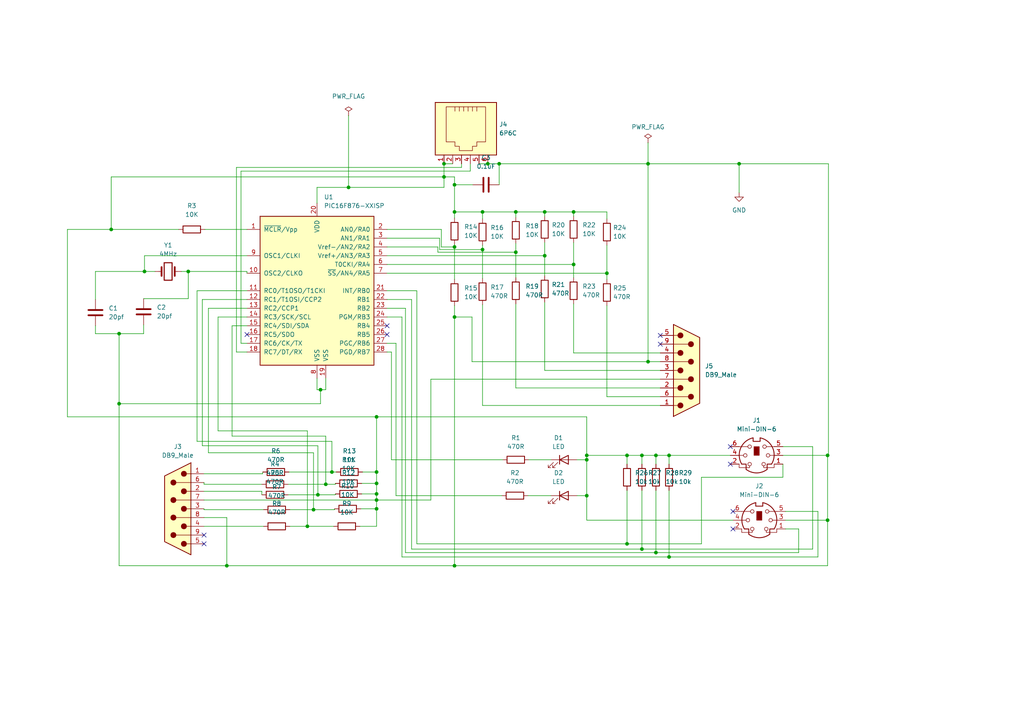
<source format=kicad_sch>
(kicad_sch (version 20211123) (generator eeschema)

  (uuid bbb9c713-8322-412c-8a4b-ca07aead7539)

  (paper "A4")

  (title_block
    (title "Atari ST Eiffel Keyboard/Mouse Adapter")
    (date "2022-05-21")
    (rev "B")
    (comment 1 "Origianl by https://didierm.pagesperso-orange.fr/eiffel-e.htm")
    (comment 3 "PCB by UTR")
  )

  (lib_symbols
    (symbol "Connector:6P6C" (pin_names (offset 1.016)) (in_bom yes) (on_board yes)
      (property "Reference" "J" (id 0) (at -5.08 11.43 0)
        (effects (font (size 1.27 1.27)) (justify right))
      )
      (property "Value" "6P6C" (id 1) (at 2.54 11.43 0)
        (effects (font (size 1.27 1.27)) (justify left))
      )
      (property "Footprint" "" (id 2) (at 0 0.635 90)
        (effects (font (size 1.27 1.27)) hide)
      )
      (property "Datasheet" "~" (id 3) (at 0 0.635 90)
        (effects (font (size 1.27 1.27)) hide)
      )
      (property "ki_keywords" "6P6C RJ female connector" (id 4) (at 0 0 0)
        (effects (font (size 1.27 1.27)) hide)
      )
      (property "ki_description" "RJ connector, 6P6C (6 positions 6 connected), RJ12/RJ18/RJ25" (id 5) (at 0 0 0)
        (effects (font (size 1.27 1.27)) hide)
      )
      (property "ki_fp_filters" "6P6C* RJ12* RJ18* RJ25*" (id 6) (at 0 0 0)
        (effects (font (size 1.27 1.27)) hide)
      )
      (symbol "6P6C_0_1"
        (polyline
          (pts
            (xy -6.35 -1.905)
            (xy -5.08 -1.905)
            (xy -5.08 -1.905)
          )
          (stroke (width 0) (type default) (color 0 0 0 0))
          (fill (type none))
        )
        (polyline
          (pts
            (xy -6.35 -0.635)
            (xy -5.08 -0.635)
            (xy -5.08 -0.635)
          )
          (stroke (width 0) (type default) (color 0 0 0 0))
          (fill (type none))
        )
        (polyline
          (pts
            (xy -6.35 0.635)
            (xy -5.08 0.635)
            (xy -5.08 0.635)
          )
          (stroke (width 0) (type default) (color 0 0 0 0))
          (fill (type none))
        )
        (polyline
          (pts
            (xy -6.35 1.905)
            (xy -5.08 1.905)
            (xy -5.08 1.905)
          )
          (stroke (width 0) (type default) (color 0 0 0 0))
          (fill (type none))
        )
        (polyline
          (pts
            (xy -6.35 3.175)
            (xy -5.08 3.175)
            (xy -5.08 3.175)
          )
          (stroke (width 0) (type default) (color 0 0 0 0))
          (fill (type none))
        )
        (polyline
          (pts
            (xy -5.08 4.445)
            (xy -6.35 4.445)
            (xy -6.35 4.445)
          )
          (stroke (width 0) (type default) (color 0 0 0 0))
          (fill (type none))
        )
        (polyline
          (pts
            (xy -6.35 -4.445)
            (xy -6.35 6.985)
            (xy 3.81 6.985)
            (xy 3.81 4.445)
            (xy 5.08 4.445)
            (xy 5.08 3.175)
            (xy 6.35 3.175)
            (xy 6.35 -0.635)
            (xy 5.08 -0.635)
            (xy 5.08 -1.905)
            (xy 3.81 -1.905)
            (xy 3.81 -4.445)
            (xy -6.35 -4.445)
            (xy -6.35 -4.445)
          )
          (stroke (width 0) (type default) (color 0 0 0 0))
          (fill (type none))
        )
        (rectangle (start 7.62 10.16) (end -7.62 -7.62)
          (stroke (width 0.254) (type default) (color 0 0 0 0))
          (fill (type background))
        )
      )
      (symbol "6P6C_1_1"
        (pin passive line (at 10.16 -5.08 180) (length 2.54)
          (name "~" (effects (font (size 1.27 1.27))))
          (number "1" (effects (font (size 1.27 1.27))))
        )
        (pin passive line (at 10.16 -2.54 180) (length 2.54)
          (name "~" (effects (font (size 1.27 1.27))))
          (number "2" (effects (font (size 1.27 1.27))))
        )
        (pin passive line (at 10.16 0 180) (length 2.54)
          (name "~" (effects (font (size 1.27 1.27))))
          (number "3" (effects (font (size 1.27 1.27))))
        )
        (pin passive line (at 10.16 2.54 180) (length 2.54)
          (name "~" (effects (font (size 1.27 1.27))))
          (number "4" (effects (font (size 1.27 1.27))))
        )
        (pin passive line (at 10.16 5.08 180) (length 2.54)
          (name "~" (effects (font (size 1.27 1.27))))
          (number "5" (effects (font (size 1.27 1.27))))
        )
        (pin passive line (at 10.16 7.62 180) (length 2.54)
          (name "~" (effects (font (size 1.27 1.27))))
          (number "6" (effects (font (size 1.27 1.27))))
        )
      )
    )
    (symbol "Connector:DB9_Male" (pin_names (offset 1.016) hide) (in_bom yes) (on_board yes)
      (property "Reference" "J" (id 0) (at 0 13.97 0)
        (effects (font (size 1.27 1.27)))
      )
      (property "Value" "DB9_Male" (id 1) (at 0 -14.605 0)
        (effects (font (size 1.27 1.27)))
      )
      (property "Footprint" "" (id 2) (at 0 0 0)
        (effects (font (size 1.27 1.27)) hide)
      )
      (property "Datasheet" " ~" (id 3) (at 0 0 0)
        (effects (font (size 1.27 1.27)) hide)
      )
      (property "ki_keywords" "connector male D-SUB" (id 4) (at 0 0 0)
        (effects (font (size 1.27 1.27)) hide)
      )
      (property "ki_description" "9-pin male D-SUB connector" (id 5) (at 0 0 0)
        (effects (font (size 1.27 1.27)) hide)
      )
      (property "ki_fp_filters" "DSUB*Male*" (id 6) (at 0 0 0)
        (effects (font (size 1.27 1.27)) hide)
      )
      (symbol "DB9_Male_0_1"
        (circle (center -1.778 -10.16) (radius 0.762)
          (stroke (width 0) (type default) (color 0 0 0 0))
          (fill (type outline))
        )
        (circle (center -1.778 -5.08) (radius 0.762)
          (stroke (width 0) (type default) (color 0 0 0 0))
          (fill (type outline))
        )
        (circle (center -1.778 0) (radius 0.762)
          (stroke (width 0) (type default) (color 0 0 0 0))
          (fill (type outline))
        )
        (circle (center -1.778 5.08) (radius 0.762)
          (stroke (width 0) (type default) (color 0 0 0 0))
          (fill (type outline))
        )
        (circle (center -1.778 10.16) (radius 0.762)
          (stroke (width 0) (type default) (color 0 0 0 0))
          (fill (type outline))
        )
        (polyline
          (pts
            (xy -3.81 -10.16)
            (xy -2.54 -10.16)
          )
          (stroke (width 0) (type default) (color 0 0 0 0))
          (fill (type none))
        )
        (polyline
          (pts
            (xy -3.81 -7.62)
            (xy 0.508 -7.62)
          )
          (stroke (width 0) (type default) (color 0 0 0 0))
          (fill (type none))
        )
        (polyline
          (pts
            (xy -3.81 -5.08)
            (xy -2.54 -5.08)
          )
          (stroke (width 0) (type default) (color 0 0 0 0))
          (fill (type none))
        )
        (polyline
          (pts
            (xy -3.81 -2.54)
            (xy 0.508 -2.54)
          )
          (stroke (width 0) (type default) (color 0 0 0 0))
          (fill (type none))
        )
        (polyline
          (pts
            (xy -3.81 0)
            (xy -2.54 0)
          )
          (stroke (width 0) (type default) (color 0 0 0 0))
          (fill (type none))
        )
        (polyline
          (pts
            (xy -3.81 2.54)
            (xy 0.508 2.54)
          )
          (stroke (width 0) (type default) (color 0 0 0 0))
          (fill (type none))
        )
        (polyline
          (pts
            (xy -3.81 5.08)
            (xy -2.54 5.08)
          )
          (stroke (width 0) (type default) (color 0 0 0 0))
          (fill (type none))
        )
        (polyline
          (pts
            (xy -3.81 7.62)
            (xy 0.508 7.62)
          )
          (stroke (width 0) (type default) (color 0 0 0 0))
          (fill (type none))
        )
        (polyline
          (pts
            (xy -3.81 10.16)
            (xy -2.54 10.16)
          )
          (stroke (width 0) (type default) (color 0 0 0 0))
          (fill (type none))
        )
        (polyline
          (pts
            (xy -3.81 -13.335)
            (xy -3.81 13.335)
            (xy 3.81 9.525)
            (xy 3.81 -9.525)
            (xy -3.81 -13.335)
          )
          (stroke (width 0.254) (type default) (color 0 0 0 0))
          (fill (type background))
        )
        (circle (center 1.27 -7.62) (radius 0.762)
          (stroke (width 0) (type default) (color 0 0 0 0))
          (fill (type outline))
        )
        (circle (center 1.27 -2.54) (radius 0.762)
          (stroke (width 0) (type default) (color 0 0 0 0))
          (fill (type outline))
        )
        (circle (center 1.27 2.54) (radius 0.762)
          (stroke (width 0) (type default) (color 0 0 0 0))
          (fill (type outline))
        )
        (circle (center 1.27 7.62) (radius 0.762)
          (stroke (width 0) (type default) (color 0 0 0 0))
          (fill (type outline))
        )
      )
      (symbol "DB9_Male_1_1"
        (pin passive line (at -7.62 -10.16 0) (length 3.81)
          (name "1" (effects (font (size 1.27 1.27))))
          (number "1" (effects (font (size 1.27 1.27))))
        )
        (pin passive line (at -7.62 -5.08 0) (length 3.81)
          (name "2" (effects (font (size 1.27 1.27))))
          (number "2" (effects (font (size 1.27 1.27))))
        )
        (pin passive line (at -7.62 0 0) (length 3.81)
          (name "3" (effects (font (size 1.27 1.27))))
          (number "3" (effects (font (size 1.27 1.27))))
        )
        (pin passive line (at -7.62 5.08 0) (length 3.81)
          (name "4" (effects (font (size 1.27 1.27))))
          (number "4" (effects (font (size 1.27 1.27))))
        )
        (pin passive line (at -7.62 10.16 0) (length 3.81)
          (name "5" (effects (font (size 1.27 1.27))))
          (number "5" (effects (font (size 1.27 1.27))))
        )
        (pin passive line (at -7.62 -7.62 0) (length 3.81)
          (name "6" (effects (font (size 1.27 1.27))))
          (number "6" (effects (font (size 1.27 1.27))))
        )
        (pin passive line (at -7.62 -2.54 0) (length 3.81)
          (name "7" (effects (font (size 1.27 1.27))))
          (number "7" (effects (font (size 1.27 1.27))))
        )
        (pin passive line (at -7.62 2.54 0) (length 3.81)
          (name "8" (effects (font (size 1.27 1.27))))
          (number "8" (effects (font (size 1.27 1.27))))
        )
        (pin passive line (at -7.62 7.62 0) (length 3.81)
          (name "9" (effects (font (size 1.27 1.27))))
          (number "9" (effects (font (size 1.27 1.27))))
        )
      )
    )
    (symbol "Connector:Mini-DIN-6" (pin_names (offset 1.016)) (in_bom yes) (on_board yes)
      (property "Reference" "J" (id 0) (at 0 6.35 0)
        (effects (font (size 1.27 1.27)))
      )
      (property "Value" "Mini-DIN-6" (id 1) (at 0 -6.35 0)
        (effects (font (size 1.27 1.27)))
      )
      (property "Footprint" "" (id 2) (at 0 0 0)
        (effects (font (size 1.27 1.27)) hide)
      )
      (property "Datasheet" "http://service.powerdynamics.com/ec/Catalog17/Section%2011.pdf" (id 3) (at 0 0 0)
        (effects (font (size 1.27 1.27)) hide)
      )
      (property "ki_keywords" "Mini-DIN" (id 4) (at 0 0 0)
        (effects (font (size 1.27 1.27)) hide)
      )
      (property "ki_description" "6-pin Mini-DIN connector" (id 5) (at 0 0 0)
        (effects (font (size 1.27 1.27)) hide)
      )
      (property "ki_fp_filters" "MINI?DIN*" (id 6) (at 0 0 0)
        (effects (font (size 1.27 1.27)) hide)
      )
      (symbol "Mini-DIN-6_0_1"
        (circle (center -3.302 0) (radius 0.508)
          (stroke (width 0) (type default) (color 0 0 0 0))
          (fill (type none))
        )
        (arc (start -3.048 -4.064) (mid 0 -5.08) (end 3.048 -4.064)
          (stroke (width 0.254) (type default) (color 0 0 0 0))
          (fill (type none))
        )
        (circle (center -2.032 -2.54) (radius 0.508)
          (stroke (width 0) (type default) (color 0 0 0 0))
          (fill (type none))
        )
        (circle (center -2.032 2.54) (radius 0.508)
          (stroke (width 0) (type default) (color 0 0 0 0))
          (fill (type none))
        )
        (arc (start -1.016 5.08) (mid -4.6243 2.1182) (end -4.318 -2.54)
          (stroke (width 0.254) (type default) (color 0 0 0 0))
          (fill (type none))
        )
        (rectangle (start -0.762 2.54) (end 0.762 0)
          (stroke (width 0) (type default) (color 0 0 0 0))
          (fill (type outline))
        )
        (polyline
          (pts
            (xy -3.81 0)
            (xy -5.08 0)
          )
          (stroke (width 0) (type default) (color 0 0 0 0))
          (fill (type none))
        )
        (polyline
          (pts
            (xy -2.54 2.54)
            (xy -5.08 2.54)
          )
          (stroke (width 0) (type default) (color 0 0 0 0))
          (fill (type none))
        )
        (polyline
          (pts
            (xy 2.794 2.54)
            (xy 5.08 2.54)
          )
          (stroke (width 0) (type default) (color 0 0 0 0))
          (fill (type none))
        )
        (polyline
          (pts
            (xy 5.08 0)
            (xy 3.81 0)
          )
          (stroke (width 0) (type default) (color 0 0 0 0))
          (fill (type none))
        )
        (polyline
          (pts
            (xy -4.318 -2.54)
            (xy -3.048 -2.54)
            (xy -3.048 -4.064)
          )
          (stroke (width 0.254) (type default) (color 0 0 0 0))
          (fill (type none))
        )
        (polyline
          (pts
            (xy 4.318 -2.54)
            (xy 3.048 -2.54)
            (xy 3.048 -4.064)
          )
          (stroke (width 0.254) (type default) (color 0 0 0 0))
          (fill (type none))
        )
        (polyline
          (pts
            (xy -2.032 -3.048)
            (xy -2.032 -3.556)
            (xy -5.08 -3.556)
            (xy -5.08 -2.54)
          )
          (stroke (width 0) (type default) (color 0 0 0 0))
          (fill (type none))
        )
        (polyline
          (pts
            (xy -1.016 5.08)
            (xy -1.016 4.064)
            (xy 1.016 4.064)
            (xy 1.016 5.08)
          )
          (stroke (width 0.254) (type default) (color 0 0 0 0))
          (fill (type none))
        )
        (polyline
          (pts
            (xy 2.032 -3.048)
            (xy 2.032 -3.556)
            (xy 5.08 -3.556)
            (xy 5.08 -2.54)
          )
          (stroke (width 0) (type default) (color 0 0 0 0))
          (fill (type none))
        )
        (circle (center 2.032 -2.54) (radius 0.508)
          (stroke (width 0) (type default) (color 0 0 0 0))
          (fill (type none))
        )
        (circle (center 2.286 2.54) (radius 0.508)
          (stroke (width 0) (type default) (color 0 0 0 0))
          (fill (type none))
        )
        (circle (center 3.302 0) (radius 0.508)
          (stroke (width 0) (type default) (color 0 0 0 0))
          (fill (type none))
        )
        (arc (start 4.318 -2.54) (mid 4.6646 2.1357) (end 1.016 5.08)
          (stroke (width 0.254) (type default) (color 0 0 0 0))
          (fill (type none))
        )
      )
      (symbol "Mini-DIN-6_1_1"
        (pin passive line (at 7.62 -2.54 180) (length 2.54)
          (name "~" (effects (font (size 1.27 1.27))))
          (number "1" (effects (font (size 1.27 1.27))))
        )
        (pin passive line (at -7.62 -2.54 0) (length 2.54)
          (name "~" (effects (font (size 1.27 1.27))))
          (number "2" (effects (font (size 1.27 1.27))))
        )
        (pin passive line (at 7.62 0 180) (length 2.54)
          (name "~" (effects (font (size 1.27 1.27))))
          (number "3" (effects (font (size 1.27 1.27))))
        )
        (pin passive line (at -7.62 0 0) (length 2.54)
          (name "~" (effects (font (size 1.27 1.27))))
          (number "4" (effects (font (size 1.27 1.27))))
        )
        (pin passive line (at 7.62 2.54 180) (length 2.54)
          (name "~" (effects (font (size 1.27 1.27))))
          (number "5" (effects (font (size 1.27 1.27))))
        )
        (pin passive line (at -7.62 2.54 0) (length 2.54)
          (name "~" (effects (font (size 1.27 1.27))))
          (number "6" (effects (font (size 1.27 1.27))))
        )
      )
    )
    (symbol "Device:C" (pin_numbers hide) (pin_names (offset 0.254)) (in_bom yes) (on_board yes)
      (property "Reference" "C" (id 0) (at 0.635 2.54 0)
        (effects (font (size 1.27 1.27)) (justify left))
      )
      (property "Value" "C" (id 1) (at 0.635 -2.54 0)
        (effects (font (size 1.27 1.27)) (justify left))
      )
      (property "Footprint" "" (id 2) (at 0.9652 -3.81 0)
        (effects (font (size 1.27 1.27)) hide)
      )
      (property "Datasheet" "~" (id 3) (at 0 0 0)
        (effects (font (size 1.27 1.27)) hide)
      )
      (property "ki_keywords" "cap capacitor" (id 4) (at 0 0 0)
        (effects (font (size 1.27 1.27)) hide)
      )
      (property "ki_description" "Unpolarized capacitor" (id 5) (at 0 0 0)
        (effects (font (size 1.27 1.27)) hide)
      )
      (property "ki_fp_filters" "C_*" (id 6) (at 0 0 0)
        (effects (font (size 1.27 1.27)) hide)
      )
      (symbol "C_0_1"
        (polyline
          (pts
            (xy -2.032 -0.762)
            (xy 2.032 -0.762)
          )
          (stroke (width 0.508) (type default) (color 0 0 0 0))
          (fill (type none))
        )
        (polyline
          (pts
            (xy -2.032 0.762)
            (xy 2.032 0.762)
          )
          (stroke (width 0.508) (type default) (color 0 0 0 0))
          (fill (type none))
        )
      )
      (symbol "C_1_1"
        (pin passive line (at 0 3.81 270) (length 2.794)
          (name "~" (effects (font (size 1.27 1.27))))
          (number "1" (effects (font (size 1.27 1.27))))
        )
        (pin passive line (at 0 -3.81 90) (length 2.794)
          (name "~" (effects (font (size 1.27 1.27))))
          (number "2" (effects (font (size 1.27 1.27))))
        )
      )
    )
    (symbol "Device:Crystal" (pin_numbers hide) (pin_names (offset 1.016) hide) (in_bom yes) (on_board yes)
      (property "Reference" "Y" (id 0) (at 0 3.81 0)
        (effects (font (size 1.27 1.27)))
      )
      (property "Value" "Crystal" (id 1) (at 0 -3.81 0)
        (effects (font (size 1.27 1.27)))
      )
      (property "Footprint" "" (id 2) (at 0 0 0)
        (effects (font (size 1.27 1.27)) hide)
      )
      (property "Datasheet" "~" (id 3) (at 0 0 0)
        (effects (font (size 1.27 1.27)) hide)
      )
      (property "ki_keywords" "quartz ceramic resonator oscillator" (id 4) (at 0 0 0)
        (effects (font (size 1.27 1.27)) hide)
      )
      (property "ki_description" "Two pin crystal" (id 5) (at 0 0 0)
        (effects (font (size 1.27 1.27)) hide)
      )
      (property "ki_fp_filters" "Crystal*" (id 6) (at 0 0 0)
        (effects (font (size 1.27 1.27)) hide)
      )
      (symbol "Crystal_0_1"
        (rectangle (start -1.143 2.54) (end 1.143 -2.54)
          (stroke (width 0.3048) (type default) (color 0 0 0 0))
          (fill (type none))
        )
        (polyline
          (pts
            (xy -2.54 0)
            (xy -1.905 0)
          )
          (stroke (width 0) (type default) (color 0 0 0 0))
          (fill (type none))
        )
        (polyline
          (pts
            (xy -1.905 -1.27)
            (xy -1.905 1.27)
          )
          (stroke (width 0.508) (type default) (color 0 0 0 0))
          (fill (type none))
        )
        (polyline
          (pts
            (xy 1.905 -1.27)
            (xy 1.905 1.27)
          )
          (stroke (width 0.508) (type default) (color 0 0 0 0))
          (fill (type none))
        )
        (polyline
          (pts
            (xy 2.54 0)
            (xy 1.905 0)
          )
          (stroke (width 0) (type default) (color 0 0 0 0))
          (fill (type none))
        )
      )
      (symbol "Crystal_1_1"
        (pin passive line (at -3.81 0 0) (length 1.27)
          (name "1" (effects (font (size 1.27 1.27))))
          (number "1" (effects (font (size 1.27 1.27))))
        )
        (pin passive line (at 3.81 0 180) (length 1.27)
          (name "2" (effects (font (size 1.27 1.27))))
          (number "2" (effects (font (size 1.27 1.27))))
        )
      )
    )
    (symbol "Device:LED" (pin_numbers hide) (pin_names (offset 1.016) hide) (in_bom yes) (on_board yes)
      (property "Reference" "D" (id 0) (at 0 2.54 0)
        (effects (font (size 1.27 1.27)))
      )
      (property "Value" "LED" (id 1) (at 0 -2.54 0)
        (effects (font (size 1.27 1.27)))
      )
      (property "Footprint" "" (id 2) (at 0 0 0)
        (effects (font (size 1.27 1.27)) hide)
      )
      (property "Datasheet" "~" (id 3) (at 0 0 0)
        (effects (font (size 1.27 1.27)) hide)
      )
      (property "ki_keywords" "LED diode" (id 4) (at 0 0 0)
        (effects (font (size 1.27 1.27)) hide)
      )
      (property "ki_description" "Light emitting diode" (id 5) (at 0 0 0)
        (effects (font (size 1.27 1.27)) hide)
      )
      (property "ki_fp_filters" "LED* LED_SMD:* LED_THT:*" (id 6) (at 0 0 0)
        (effects (font (size 1.27 1.27)) hide)
      )
      (symbol "LED_0_1"
        (polyline
          (pts
            (xy -1.27 -1.27)
            (xy -1.27 1.27)
          )
          (stroke (width 0.254) (type default) (color 0 0 0 0))
          (fill (type none))
        )
        (polyline
          (pts
            (xy -1.27 0)
            (xy 1.27 0)
          )
          (stroke (width 0) (type default) (color 0 0 0 0))
          (fill (type none))
        )
        (polyline
          (pts
            (xy 1.27 -1.27)
            (xy 1.27 1.27)
            (xy -1.27 0)
            (xy 1.27 -1.27)
          )
          (stroke (width 0.254) (type default) (color 0 0 0 0))
          (fill (type none))
        )
        (polyline
          (pts
            (xy -3.048 -0.762)
            (xy -4.572 -2.286)
            (xy -3.81 -2.286)
            (xy -4.572 -2.286)
            (xy -4.572 -1.524)
          )
          (stroke (width 0) (type default) (color 0 0 0 0))
          (fill (type none))
        )
        (polyline
          (pts
            (xy -1.778 -0.762)
            (xy -3.302 -2.286)
            (xy -2.54 -2.286)
            (xy -3.302 -2.286)
            (xy -3.302 -1.524)
          )
          (stroke (width 0) (type default) (color 0 0 0 0))
          (fill (type none))
        )
      )
      (symbol "LED_1_1"
        (pin passive line (at -3.81 0 0) (length 2.54)
          (name "K" (effects (font (size 1.27 1.27))))
          (number "1" (effects (font (size 1.27 1.27))))
        )
        (pin passive line (at 3.81 0 180) (length 2.54)
          (name "A" (effects (font (size 1.27 1.27))))
          (number "2" (effects (font (size 1.27 1.27))))
        )
      )
    )
    (symbol "Device:R" (pin_numbers hide) (pin_names (offset 0)) (in_bom yes) (on_board yes)
      (property "Reference" "R" (id 0) (at 2.032 0 90)
        (effects (font (size 1.27 1.27)))
      )
      (property "Value" "R" (id 1) (at 0 0 90)
        (effects (font (size 1.27 1.27)))
      )
      (property "Footprint" "" (id 2) (at -1.778 0 90)
        (effects (font (size 1.27 1.27)) hide)
      )
      (property "Datasheet" "~" (id 3) (at 0 0 0)
        (effects (font (size 1.27 1.27)) hide)
      )
      (property "ki_keywords" "R res resistor" (id 4) (at 0 0 0)
        (effects (font (size 1.27 1.27)) hide)
      )
      (property "ki_description" "Resistor" (id 5) (at 0 0 0)
        (effects (font (size 1.27 1.27)) hide)
      )
      (property "ki_fp_filters" "R_*" (id 6) (at 0 0 0)
        (effects (font (size 1.27 1.27)) hide)
      )
      (symbol "R_0_1"
        (rectangle (start -1.016 -2.54) (end 1.016 2.54)
          (stroke (width 0.254) (type default) (color 0 0 0 0))
          (fill (type none))
        )
      )
      (symbol "R_1_1"
        (pin passive line (at 0 3.81 270) (length 1.27)
          (name "~" (effects (font (size 1.27 1.27))))
          (number "1" (effects (font (size 1.27 1.27))))
        )
        (pin passive line (at 0 -3.81 90) (length 1.27)
          (name "~" (effects (font (size 1.27 1.27))))
          (number "2" (effects (font (size 1.27 1.27))))
        )
      )
    )
    (symbol "MCU_Microchip_PIC16:PIC16F876-XXISP" (pin_names (offset 1.016)) (in_bom yes) (on_board yes)
      (property "Reference" "U" (id 0) (at 2.54 25.4 0)
        (effects (font (size 1.27 1.27)) (justify left))
      )
      (property "Value" "PIC16F876-XXISP" (id 1) (at 2.54 22.86 0)
        (effects (font (size 1.27 1.27)) (justify left))
      )
      (property "Footprint" "" (id 2) (at 0 0 0)
        (effects (font (size 1.27 1.27) italic) hide)
      )
      (property "Datasheet" "http://ww1.microchip.com/downloads/en/DeviceDoc/30292C.pdf" (id 3) (at 0 0 0)
        (effects (font (size 1.27 1.27)) hide)
      )
      (property "ki_keywords" "Flash-Based 8-Bit CMOS Microcontroller" (id 4) (at 0 0 0)
        (effects (font (size 1.27 1.27)) hide)
      )
      (property "ki_description" "PIC16F876, 8K Flash, 386B SRAM, 256B EEPROM, SDIP28" (id 5) (at 0 0 0)
        (effects (font (size 1.27 1.27)) hide)
      )
      (property "ki_fp_filters" "DIP* PDIP*" (id 6) (at 0 0 0)
        (effects (font (size 1.27 1.27)) hide)
      )
      (symbol "PIC16F876-XXISP_0_1"
        (rectangle (start -16.51 21.59) (end 16.51 -21.59)
          (stroke (width 0.254) (type default) (color 0 0 0 0))
          (fill (type background))
        )
      )
      (symbol "PIC16F876-XXISP_1_1"
        (pin input line (at -20.32 17.78 0) (length 3.81)
          (name "~{MCLR}/Vpp" (effects (font (size 1.27 1.27))))
          (number "1" (effects (font (size 1.27 1.27))))
        )
        (pin output line (at -20.32 5.08 0) (length 3.81)
          (name "OSC2/CLKO" (effects (font (size 1.27 1.27))))
          (number "10" (effects (font (size 1.27 1.27))))
        )
        (pin bidirectional line (at -20.32 0 0) (length 3.81)
          (name "RC0/T1OSO/T1CKI" (effects (font (size 1.27 1.27))))
          (number "11" (effects (font (size 1.27 1.27))))
        )
        (pin bidirectional line (at -20.32 -2.54 0) (length 3.81)
          (name "RC1/T1OSI/CCP2" (effects (font (size 1.27 1.27))))
          (number "12" (effects (font (size 1.27 1.27))))
        )
        (pin bidirectional line (at -20.32 -5.08 0) (length 3.81)
          (name "RC2/CCP1" (effects (font (size 1.27 1.27))))
          (number "13" (effects (font (size 1.27 1.27))))
        )
        (pin bidirectional line (at -20.32 -7.62 0) (length 3.81)
          (name "RC3/SCK/SCL" (effects (font (size 1.27 1.27))))
          (number "14" (effects (font (size 1.27 1.27))))
        )
        (pin bidirectional line (at -20.32 -10.16 0) (length 3.81)
          (name "RC4/SDI/SDA" (effects (font (size 1.27 1.27))))
          (number "15" (effects (font (size 1.27 1.27))))
        )
        (pin bidirectional line (at -20.32 -12.7 0) (length 3.81)
          (name "RC5/SDO" (effects (font (size 1.27 1.27))))
          (number "16" (effects (font (size 1.27 1.27))))
        )
        (pin bidirectional line (at -20.32 -15.24 0) (length 3.81)
          (name "RC6/CK/TX" (effects (font (size 1.27 1.27))))
          (number "17" (effects (font (size 1.27 1.27))))
        )
        (pin bidirectional line (at -20.32 -17.78 0) (length 3.81)
          (name "RC7/DT/RX" (effects (font (size 1.27 1.27))))
          (number "18" (effects (font (size 1.27 1.27))))
        )
        (pin power_in line (at 2.54 -25.4 90) (length 3.81)
          (name "VSS" (effects (font (size 1.27 1.27))))
          (number "19" (effects (font (size 1.27 1.27))))
        )
        (pin bidirectional line (at 20.32 17.78 180) (length 3.81)
          (name "AN0/RA0" (effects (font (size 1.27 1.27))))
          (number "2" (effects (font (size 1.27 1.27))))
        )
        (pin power_in line (at 0 25.4 270) (length 3.81)
          (name "VDD" (effects (font (size 1.27 1.27))))
          (number "20" (effects (font (size 1.27 1.27))))
        )
        (pin bidirectional line (at 20.32 0 180) (length 3.81)
          (name "INT/RB0" (effects (font (size 1.27 1.27))))
          (number "21" (effects (font (size 1.27 1.27))))
        )
        (pin bidirectional line (at 20.32 -2.54 180) (length 3.81)
          (name "RB1" (effects (font (size 1.27 1.27))))
          (number "22" (effects (font (size 1.27 1.27))))
        )
        (pin bidirectional line (at 20.32 -5.08 180) (length 3.81)
          (name "RB2" (effects (font (size 1.27 1.27))))
          (number "23" (effects (font (size 1.27 1.27))))
        )
        (pin bidirectional line (at 20.32 -7.62 180) (length 3.81)
          (name "PGM/RB3" (effects (font (size 1.27 1.27))))
          (number "24" (effects (font (size 1.27 1.27))))
        )
        (pin bidirectional line (at 20.32 -10.16 180) (length 3.81)
          (name "RB4" (effects (font (size 1.27 1.27))))
          (number "25" (effects (font (size 1.27 1.27))))
        )
        (pin bidirectional line (at 20.32 -12.7 180) (length 3.81)
          (name "RB5" (effects (font (size 1.27 1.27))))
          (number "26" (effects (font (size 1.27 1.27))))
        )
        (pin bidirectional line (at 20.32 -15.24 180) (length 3.81)
          (name "PGC/RB6" (effects (font (size 1.27 1.27))))
          (number "27" (effects (font (size 1.27 1.27))))
        )
        (pin bidirectional line (at 20.32 -17.78 180) (length 3.81)
          (name "PGD/RB7" (effects (font (size 1.27 1.27))))
          (number "28" (effects (font (size 1.27 1.27))))
        )
        (pin bidirectional line (at 20.32 15.24 180) (length 3.81)
          (name "AN1/RA1" (effects (font (size 1.27 1.27))))
          (number "3" (effects (font (size 1.27 1.27))))
        )
        (pin bidirectional line (at 20.32 12.7 180) (length 3.81)
          (name "Vref-/AN2/RA2" (effects (font (size 1.27 1.27))))
          (number "4" (effects (font (size 1.27 1.27))))
        )
        (pin bidirectional line (at 20.32 10.16 180) (length 3.81)
          (name "Vref+/AN3/RA3" (effects (font (size 1.27 1.27))))
          (number "5" (effects (font (size 1.27 1.27))))
        )
        (pin bidirectional line (at 20.32 7.62 180) (length 3.81)
          (name "T0CKI/RA4" (effects (font (size 1.27 1.27))))
          (number "6" (effects (font (size 1.27 1.27))))
        )
        (pin bidirectional line (at 20.32 5.08 180) (length 3.81)
          (name "~{SS}/AN4/RA5" (effects (font (size 1.27 1.27))))
          (number "7" (effects (font (size 1.27 1.27))))
        )
        (pin power_in line (at 0 -25.4 90) (length 3.81)
          (name "VSS" (effects (font (size 1.27 1.27))))
          (number "8" (effects (font (size 1.27 1.27))))
        )
        (pin input line (at -20.32 10.16 0) (length 3.81)
          (name "OSC1/CLKI" (effects (font (size 1.27 1.27))))
          (number "9" (effects (font (size 1.27 1.27))))
        )
      )
    )
    (symbol "power:GND" (power) (pin_names (offset 0)) (in_bom yes) (on_board yes)
      (property "Reference" "#PWR" (id 0) (at 0 -6.35 0)
        (effects (font (size 1.27 1.27)) hide)
      )
      (property "Value" "GND" (id 1) (at 0 -3.81 0)
        (effects (font (size 1.27 1.27)))
      )
      (property "Footprint" "" (id 2) (at 0 0 0)
        (effects (font (size 1.27 1.27)) hide)
      )
      (property "Datasheet" "" (id 3) (at 0 0 0)
        (effects (font (size 1.27 1.27)) hide)
      )
      (property "ki_keywords" "power-flag" (id 4) (at 0 0 0)
        (effects (font (size 1.27 1.27)) hide)
      )
      (property "ki_description" "Power symbol creates a global label with name \"GND\" , ground" (id 5) (at 0 0 0)
        (effects (font (size 1.27 1.27)) hide)
      )
      (symbol "GND_0_1"
        (polyline
          (pts
            (xy 0 0)
            (xy 0 -1.27)
            (xy 1.27 -1.27)
            (xy 0 -2.54)
            (xy -1.27 -1.27)
            (xy 0 -1.27)
          )
          (stroke (width 0) (type default) (color 0 0 0 0))
          (fill (type none))
        )
      )
      (symbol "GND_1_1"
        (pin power_in line (at 0 0 270) (length 0) hide
          (name "GND" (effects (font (size 1.27 1.27))))
          (number "1" (effects (font (size 1.27 1.27))))
        )
      )
    )
    (symbol "power:PWR_FLAG" (power) (pin_numbers hide) (pin_names (offset 0) hide) (in_bom yes) (on_board yes)
      (property "Reference" "#FLG" (id 0) (at 0 1.905 0)
        (effects (font (size 1.27 1.27)) hide)
      )
      (property "Value" "PWR_FLAG" (id 1) (at 0 3.81 0)
        (effects (font (size 1.27 1.27)))
      )
      (property "Footprint" "" (id 2) (at 0 0 0)
        (effects (font (size 1.27 1.27)) hide)
      )
      (property "Datasheet" "~" (id 3) (at 0 0 0)
        (effects (font (size 1.27 1.27)) hide)
      )
      (property "ki_keywords" "power-flag" (id 4) (at 0 0 0)
        (effects (font (size 1.27 1.27)) hide)
      )
      (property "ki_description" "Special symbol for telling ERC where power comes from" (id 5) (at 0 0 0)
        (effects (font (size 1.27 1.27)) hide)
      )
      (symbol "PWR_FLAG_0_0"
        (pin power_out line (at 0 0 90) (length 0)
          (name "pwr" (effects (font (size 1.27 1.27))))
          (number "1" (effects (font (size 1.27 1.27))))
        )
      )
      (symbol "PWR_FLAG_0_1"
        (polyline
          (pts
            (xy 0 0)
            (xy 0 1.27)
            (xy -1.016 1.905)
            (xy 0 2.54)
            (xy 1.016 1.905)
            (xy 0 1.27)
          )
          (stroke (width 0) (type default) (color 0 0 0 0))
          (fill (type none))
        )
      )
    )
  )

  (junction (at 166.37 61.468) (diameter 0) (color 0 0 0 0)
    (uuid 035a2896-7894-4cff-8435-70ba8e446b70)
  )
  (junction (at 128.778 51.308) (diameter 0) (color 0 0 0 0)
    (uuid 0751b6be-0c49-49e1-825b-0400332056e5)
  )
  (junction (at 96.266 136.906) (diameter 0) (color 0 0 0 0)
    (uuid 0a66abae-1ca8-4467-9816-7be35bc50fb5)
  )
  (junction (at 34.544 96.774) (diameter 0) (color 0 0 0 0)
    (uuid 0cc8e19b-fb55-4b82-ab23-1be201f3390a)
  )
  (junction (at 149.606 61.468) (diameter 0) (color 0 0 0 0)
    (uuid 0fdde026-9945-4089-bc24-09d974851718)
  )
  (junction (at 240.03 150.876) (diameter 0) (color 0 0 0 0)
    (uuid 15729885-c1ad-45f3-b0a1-1af518454d6a)
  )
  (junction (at 109.22 120.904) (diameter 0) (color 0 0 0 0)
    (uuid 18a62e06-6bf3-4da1-be73-1d0529b13679)
  )
  (junction (at 109.22 140.208) (diameter 0) (color 0 0 0 0)
    (uuid 22803662-9f21-4407-97d8-9850bd9797aa)
  )
  (junction (at 157.988 74.168) (diameter 0) (color 0 0 0 0)
    (uuid 295e7908-4641-483d-8625-4547f349a0d9)
  )
  (junction (at 176.022 79.248) (diameter 0) (color 0 0 0 0)
    (uuid 310bc1b4-2a14-42cb-a447-6b59184f7840)
  )
  (junction (at 131.826 91.948) (diameter 0) (color 0 0 0 0)
    (uuid 326d55c0-132f-4406-b045-c4da10907c77)
  )
  (junction (at 89.154 152.654) (diameter 0) (color 0 0 0 0)
    (uuid 32c33ee3-cb18-4e54-b707-6117dc3ee8d6)
  )
  (junction (at 90.932 147.828) (diameter 0) (color 0 0 0 0)
    (uuid 33a02a76-0ad2-4c8d-9d4e-7ed0a38ac054)
  )
  (junction (at 131.826 164.084) (diameter 0) (color 0 0 0 0)
    (uuid 35d4a746-3e8e-40bc-a4db-dffc99da3ada)
  )
  (junction (at 170.18 133.35) (diameter 0) (color 0 0 0 0)
    (uuid 3628f314-5eaf-489b-930e-87e7ef5bd1ea)
  )
  (junction (at 131.826 61.468) (diameter 0) (color 0 0 0 0)
    (uuid 38dc656f-1823-4cef-8d9d-17066d151f72)
  )
  (junction (at 41.91 78.74) (diameter 0) (color 0 0 0 0)
    (uuid 3c396a51-1835-4498-b3d2-5fbcb4f6b2be)
  )
  (junction (at 65.786 164.084) (diameter 0) (color 0 0 0 0)
    (uuid 40ef2d4e-df34-421e-a0ab-064bcdbf8818)
  )
  (junction (at 101.092 54.356) (diameter 0) (color 0 0 0 0)
    (uuid 4227da07-686a-4ef6-9ab7-075c03d8a7a9)
  )
  (junction (at 109.22 145.034) (diameter 0) (color 0 0 0 0)
    (uuid 44ed5e76-c942-4ce7-a241-92aae12f44fe)
  )
  (junction (at 170.18 132.08) (diameter 0) (color 0 0 0 0)
    (uuid 46ff5886-c76c-463c-b301-b7c01805cdf4)
  )
  (junction (at 181.864 157.734) (diameter 0) (color 0 0 0 0)
    (uuid 4bf12b8e-2095-4f99-93d5-83f2b640d547)
  )
  (junction (at 149.606 73.152) (diameter 0) (color 0 0 0 0)
    (uuid 4e49f23b-b291-4bfe-a998-8d27004322b8)
  )
  (junction (at 187.96 104.902) (diameter 0) (color 0 0 0 0)
    (uuid 518e8305-7526-421a-bb16-6d36f54515d5)
  )
  (junction (at 54.61 78.74) (diameter 0) (color 0 0 0 0)
    (uuid 5d81fc67-9a48-4122-8ac1-588b1491ee60)
  )
  (junction (at 92.202 143.51) (diameter 0) (color 0 0 0 0)
    (uuid 61094f78-35eb-4f83-9b0c-36aafed78579)
  )
  (junction (at 144.78 47.498) (diameter 0) (color 0 0 0 0)
    (uuid 633a2e2d-82b6-4a78-8262-897463b77dc0)
  )
  (junction (at 131.826 53.594) (diameter 0) (color 0 0 0 0)
    (uuid 6c491175-fbb5-45dd-b789-9a6442a64a5e)
  )
  (junction (at 187.96 47.498) (diameter 0) (color 0 0 0 0)
    (uuid 72ddd6a3-f425-4c17-8fdd-010917d16d27)
  )
  (junction (at 139.954 72.39) (diameter 0) (color 0 0 0 0)
    (uuid 77cec390-8edb-4e6b-9230-984ea91cb43f)
  )
  (junction (at 194.056 132.08) (diameter 0) (color 0 0 0 0)
    (uuid 79a56beb-3acc-4f33-b076-3918ac594859)
  )
  (junction (at 128.778 47.498) (diameter 0) (color 0 0 0 0)
    (uuid 7fda6fee-272b-4e9c-a41c-83df1f643d01)
  )
  (junction (at 190.246 132.08) (diameter 0) (color 0 0 0 0)
    (uuid 8045a623-25cf-4ddf-8e80-54c07aa2072b)
  )
  (junction (at 139.954 61.468) (diameter 0) (color 0 0 0 0)
    (uuid 8b380fd1-4acf-4353-9c05-7e17f41ca55e)
  )
  (junction (at 190.246 160.274) (diameter 0) (color 0 0 0 0)
    (uuid 8c124f75-6922-42bf-b6bc-8e3a763f5d46)
  )
  (junction (at 181.864 132.08) (diameter 0) (color 0 0 0 0)
    (uuid 8d13c840-4d6c-4bfd-9f3a-ea3ff60ac436)
  )
  (junction (at 157.988 61.468) (diameter 0) (color 0 0 0 0)
    (uuid ac3e61d7-c069-4432-8f36-ab27bd6e9f57)
  )
  (junction (at 186.182 159.258) (diameter 0) (color 0 0 0 0)
    (uuid acecc479-90a6-48f5-8d1e-001f8f0139be)
  )
  (junction (at 170.18 143.764) (diameter 0) (color 0 0 0 0)
    (uuid afc5010d-b987-4c92-a4f6-d72e88c5767a)
  )
  (junction (at 166.37 76.708) (diameter 0) (color 0 0 0 0)
    (uuid b6b0a658-b310-4ddc-84a4-94466a7e8bde)
  )
  (junction (at 109.22 147.574) (diameter 0) (color 0 0 0 0)
    (uuid bc6f106c-f7ba-4d3d-9cf2-8574f3dfc10c)
  )
  (junction (at 141.478 47.498) (diameter 0) (color 0 0 0 0)
    (uuid bcad63c6-caaf-4b99-a78b-451680f58f78)
  )
  (junction (at 109.22 136.906) (diameter 0) (color 0 0 0 0)
    (uuid c3145a35-7614-4725-ad27-0805cea1049a)
  )
  (junction (at 131.826 71.628) (diameter 0) (color 0 0 0 0)
    (uuid c6de4a73-7f71-402f-b6c2-2afd44f2c260)
  )
  (junction (at 34.544 117.094) (diameter 0) (color 0 0 0 0)
    (uuid cdb7bb21-331c-4a3d-b3bc-2976210bc955)
  )
  (junction (at 214.376 47.498) (diameter 0) (color 0 0 0 0)
    (uuid d0d171e4-bd44-439f-bf20-37826ac77e64)
  )
  (junction (at 92.964 113.03) (diameter 0) (color 0 0 0 0)
    (uuid d278e35b-48cc-4496-aefe-88ec2fb07fd6)
  )
  (junction (at 186.182 132.08) (diameter 0) (color 0 0 0 0)
    (uuid d4627efa-7f30-4fe6-8dd1-6a6ac086e276)
  )
  (junction (at 194.056 161.544) (diameter 0) (color 0 0 0 0)
    (uuid dc9c3e87-ac82-4164-b18f-44a90f1dd23b)
  )
  (junction (at 94.488 140.462) (diameter 0) (color 0 0 0 0)
    (uuid dd6273a8-629c-4793-90c8-8a4de03f9288)
  )
  (junction (at 109.22 143.256) (diameter 0) (color 0 0 0 0)
    (uuid e4953d4e-b258-4ff1-9720-975d0e8edc31)
  )
  (junction (at 240.03 132.08) (diameter 0) (color 0 0 0 0)
    (uuid e92d672c-6111-492a-bb9c-b8ddaba337d6)
  )
  (junction (at 32.258 66.548) (diameter 0) (color 0 0 0 0)
    (uuid ff1a9edc-e595-46d3-a15b-638c74eaa68f)
  )

  (no_connect (at 59.182 157.734) (uuid 1f24c912-a17b-4732-8bb3-4f81cfe8d17f))
  (no_connect (at 59.182 155.194) (uuid 1f24c912-a17b-4732-8bb3-4f81cfe8d180))
  (no_connect (at 211.836 129.54) (uuid 43efa292-fca1-4f1c-956d-dc6cd2514aae))
  (no_connect (at 211.836 134.62) (uuid 43efa292-fca1-4f1c-956d-dc6cd2514aaf))
  (no_connect (at 212.598 148.336) (uuid 43efa292-fca1-4f1c-956d-dc6cd2514ab0))
  (no_connect (at 212.598 153.416) (uuid 43efa292-fca1-4f1c-956d-dc6cd2514ab1))
  (no_connect (at 71.628 97.028) (uuid 5e00230b-886b-4004-8f00-1f9a7b592fb2))
  (no_connect (at 191.516 97.282) (uuid 6252052a-38c3-442e-9cc8-16b0dc6ad385))
  (no_connect (at 191.516 99.822) (uuid 7337fc0b-16db-4254-9336-c700dac63ec0))
  (no_connect (at 112.268 97.028) (uuid f3c1b322-1ebf-44d5-a785-c66d1c33fa98))
  (no_connect (at 112.268 94.488) (uuid f3c1b322-1ebf-44d5-a785-c66d1c33fa99))

  (wire (pts (xy 128.778 47.498) (xy 128.778 51.308))
    (stroke (width 0) (type default) (color 0 0 0 0))
    (uuid 00572ba4-6cb6-4b54-a61d-f8d3fca9394d)
  )
  (wire (pts (xy 104.648 147.574) (xy 109.22 147.574))
    (stroke (width 0) (type default) (color 0 0 0 0))
    (uuid 0174bc96-ef1e-4344-8e40-c0ced9d5c530)
  )
  (wire (pts (xy 105.156 136.906) (xy 109.22 136.906))
    (stroke (width 0) (type default) (color 0 0 0 0))
    (uuid 020ad843-aec6-47f2-8956-4fc517360d6b)
  )
  (wire (pts (xy 194.056 132.08) (xy 211.836 132.08))
    (stroke (width 0) (type default) (color 0 0 0 0))
    (uuid 038783f8-0403-44de-9eff-d3fc07a7c4cc)
  )
  (wire (pts (xy 27.686 78.74) (xy 41.91 78.74))
    (stroke (width 0) (type default) (color 0 0 0 0))
    (uuid 03c0e571-99dd-40ee-8129-d847e377054f)
  )
  (wire (pts (xy 128.016 66.548) (xy 128.016 71.628))
    (stroke (width 0) (type default) (color 0 0 0 0))
    (uuid 04098e14-5b6a-4843-8fb0-ce402741ea24)
  )
  (wire (pts (xy 104.394 152.654) (xy 109.22 152.654))
    (stroke (width 0) (type default) (color 0 0 0 0))
    (uuid 044cb671-1132-4b99-9a90-9dfb5339d639)
  )
  (wire (pts (xy 19.558 120.904) (xy 109.22 120.904))
    (stroke (width 0) (type default) (color 0 0 0 0))
    (uuid 04af06bf-6d9c-4041-ac8c-4ebd0a161b4d)
  )
  (wire (pts (xy 67.31 94.488) (xy 67.31 126.492))
    (stroke (width 0) (type default) (color 0 0 0 0))
    (uuid 061a2e88-4b96-45a6-8bfd-fe0e47f50147)
  )
  (wire (pts (xy 191.516 109.982) (xy 124.968 109.982))
    (stroke (width 0) (type default) (color 0 0 0 0))
    (uuid 087d3a89-9fb7-4411-8d6e-f401bce76779)
  )
  (wire (pts (xy 94.488 126.492) (xy 94.488 140.462))
    (stroke (width 0) (type default) (color 0 0 0 0))
    (uuid 0c197f75-5c84-4447-a064-148ae5759da0)
  )
  (wire (pts (xy 92.202 143.51) (xy 97.282 143.51))
    (stroke (width 0) (type default) (color 0 0 0 0))
    (uuid 0e4bfb27-4b27-4216-ba16-d26d4f3c5ed1)
  )
  (wire (pts (xy 131.826 61.468) (xy 131.826 53.594))
    (stroke (width 0) (type default) (color 0 0 0 0))
    (uuid 0f333ad7-b278-4f10-86c8-0ef65d4252da)
  )
  (wire (pts (xy 131.826 61.468) (xy 139.954 61.468))
    (stroke (width 0) (type default) (color 0 0 0 0))
    (uuid 10595b67-d4dc-4438-b28a-040fa6684d88)
  )
  (wire (pts (xy 71.628 91.948) (xy 63.246 91.948))
    (stroke (width 0) (type default) (color 0 0 0 0))
    (uuid 1088095f-1508-4e54-84c1-d50bec505df1)
  )
  (wire (pts (xy 32.258 51.308) (xy 32.258 66.548))
    (stroke (width 0) (type default) (color 0 0 0 0))
    (uuid 1189d20c-2dcb-4333-ad88-ddf5d046dce5)
  )
  (wire (pts (xy 149.606 70.612) (xy 149.606 73.152))
    (stroke (width 0) (type default) (color 0 0 0 0))
    (uuid 158370af-6ccf-44cb-8d6d-9cdd1d6edb1f)
  )
  (wire (pts (xy 138.938 47.498) (xy 141.478 47.498))
    (stroke (width 0) (type default) (color 0 0 0 0))
    (uuid 15a3b300-ac47-435f-b235-d7430483b3b5)
  )
  (wire (pts (xy 92.964 117.094) (xy 34.544 117.094))
    (stroke (width 0) (type default) (color 0 0 0 0))
    (uuid 15a5a1d0-c368-4ea6-b1de-f04c62a52e33)
  )
  (wire (pts (xy 59.182 147.828) (xy 76.454 147.828))
    (stroke (width 0) (type default) (color 0 0 0 0))
    (uuid 179db1eb-3416-4afa-b52e-d4f822b21cdb)
  )
  (wire (pts (xy 52.578 78.74) (xy 54.61 78.74))
    (stroke (width 0) (type default) (color 0 0 0 0))
    (uuid 17b2c93e-8d71-4f62-b3d4-e9651c555a64)
  )
  (wire (pts (xy 176.022 79.248) (xy 176.022 81.026))
    (stroke (width 0) (type default) (color 0 0 0 0))
    (uuid 18c17efb-372b-43d9-9724-1bd44dafe80c)
  )
  (wire (pts (xy 187.96 47.498) (xy 144.78 47.498))
    (stroke (width 0) (type default) (color 0 0 0 0))
    (uuid 1abefcf2-b011-43d1-89b0-11e787650b54)
  )
  (wire (pts (xy 131.826 71.628) (xy 131.826 81.026))
    (stroke (width 0) (type default) (color 0 0 0 0))
    (uuid 1b4ba103-b4c8-4665-a9f3-40451523516f)
  )
  (wire (pts (xy 187.96 104.902) (xy 187.96 47.498))
    (stroke (width 0) (type default) (color 0 0 0 0))
    (uuid 1e35cced-ddd2-4c8d-9563-ba5c9da88fa2)
  )
  (wire (pts (xy 32.258 66.548) (xy 51.816 66.548))
    (stroke (width 0) (type default) (color 0 0 0 0))
    (uuid 1e6bb885-a4a6-4b2c-8376-2b6645426324)
  )
  (wire (pts (xy 109.22 152.654) (xy 109.22 147.574))
    (stroke (width 0) (type default) (color 0 0 0 0))
    (uuid 1e87d8ec-4ef0-4611-a8dc-63236ad8572a)
  )
  (wire (pts (xy 190.246 132.08) (xy 186.182 132.08))
    (stroke (width 0) (type default) (color 0 0 0 0))
    (uuid 1f69553c-726c-49e6-b435-6381faef2896)
  )
  (wire (pts (xy 227.076 132.08) (xy 240.03 132.08))
    (stroke (width 0) (type default) (color 0 0 0 0))
    (uuid 1f8eab46-43f3-4c49-8087-6cabca84c6f6)
  )
  (wire (pts (xy 227.838 153.416) (xy 231.648 153.416))
    (stroke (width 0) (type default) (color 0 0 0 0))
    (uuid 202d14c6-eba5-43f9-916d-fe97dc9d860c)
  )
  (wire (pts (xy 131.826 53.594) (xy 131.826 51.308))
    (stroke (width 0) (type default) (color 0 0 0 0))
    (uuid 2114708d-799e-4c47-8a8b-1f39b03ee56a)
  )
  (wire (pts (xy 92.964 113.03) (xy 94.488 113.03))
    (stroke (width 0) (type default) (color 0 0 0 0))
    (uuid 21666c99-3bbb-4f3b-acb8-43e6ebc6935b)
  )
  (wire (pts (xy 65.786 150.114) (xy 65.786 164.084))
    (stroke (width 0) (type default) (color 0 0 0 0))
    (uuid 216adfff-aa66-4460-91bb-2b665647ec23)
  )
  (wire (pts (xy 41.91 74.168) (xy 41.91 78.74))
    (stroke (width 0) (type default) (color 0 0 0 0))
    (uuid 22279e7a-684d-4607-afdc-c3cc099ed85b)
  )
  (wire (pts (xy 181.864 157.734) (xy 120.904 157.734))
    (stroke (width 0) (type default) (color 0 0 0 0))
    (uuid 236a011b-8aac-40a2-b181-203c2be5e3c0)
  )
  (wire (pts (xy 181.864 132.08) (xy 170.18 132.08))
    (stroke (width 0) (type default) (color 0 0 0 0))
    (uuid 28a5813f-f689-406c-b209-7ce5e6e74c72)
  )
  (wire (pts (xy 166.37 61.468) (xy 176.022 61.468))
    (stroke (width 0) (type default) (color 0 0 0 0))
    (uuid 28e0b6f3-6e69-4aa5-8bd4-00fe86b3dda4)
  )
  (wire (pts (xy 112.268 74.168) (xy 157.988 74.168))
    (stroke (width 0) (type default) (color 0 0 0 0))
    (uuid 2d07675a-f73a-4382-8738-ecd0a41fd7ac)
  )
  (wire (pts (xy 112.268 76.708) (xy 166.37 76.708))
    (stroke (width 0) (type default) (color 0 0 0 0))
    (uuid 2e6b566e-d5ce-4ed1-b994-fb789ba60fef)
  )
  (wire (pts (xy 71.628 84.328) (xy 57.15 84.328))
    (stroke (width 0) (type default) (color 0 0 0 0))
    (uuid 2eede33d-3b62-4c88-860b-778f54ee097c)
  )
  (wire (pts (xy 97.282 143.51) (xy 97.282 143.256))
    (stroke (width 0) (type default) (color 0 0 0 0))
    (uuid 2f1b5936-4dea-4414-b9da-d2bea29da0ef)
  )
  (wire (pts (xy 68.58 102.108) (xy 68.58 48.5648))
    (stroke (width 0) (type default) (color 0 0 0 0))
    (uuid 2fda5a1a-dc90-4e5f-84ac-15b6f0c9d397)
  )
  (wire (pts (xy 139.954 61.468) (xy 139.954 63.5))
    (stroke (width 0) (type default) (color 0 0 0 0))
    (uuid 30ba52c3-5dc8-4f43-abc5-c5deeaad2fe3)
  )
  (wire (pts (xy 181.864 142.24) (xy 181.864 157.734))
    (stroke (width 0) (type default) (color 0 0 0 0))
    (uuid 322444eb-fb38-4463-8835-550c09a986fc)
  )
  (wire (pts (xy 190.246 142.24) (xy 190.246 160.274))
    (stroke (width 0) (type default) (color 0 0 0 0))
    (uuid 368d6c3a-6450-43e6-98f9-e6b56f9f6199)
  )
  (wire (pts (xy 71.628 89.408) (xy 60.452 89.408))
    (stroke (width 0) (type default) (color 0 0 0 0))
    (uuid 372b36ca-9d38-42fd-b785-d114e0b31da8)
  )
  (wire (pts (xy 32.258 66.548) (xy 19.558 66.548))
    (stroke (width 0) (type default) (color 0 0 0 0))
    (uuid 39dd619a-42a9-49f5-9932-b26e26c38c49)
  )
  (wire (pts (xy 59.182 140.462) (xy 59.182 139.954))
    (stroke (width 0) (type default) (color 0 0 0 0))
    (uuid 3a1119af-04fa-43b1-8878-2ce382f853b5)
  )
  (wire (pts (xy 187.96 47.498) (xy 214.376 47.498))
    (stroke (width 0) (type default) (color 0 0 0 0))
    (uuid 3b6cf77b-fad7-4b01-a607-18e2fdbe8df7)
  )
  (wire (pts (xy 112.268 99.568) (xy 114.8588 99.568))
    (stroke (width 0) (type default) (color 0 0 0 0))
    (uuid 3c48ef6f-ba0f-4976-b74d-154df08bbe5e)
  )
  (wire (pts (xy 214.376 55.88) (xy 214.376 47.498))
    (stroke (width 0) (type default) (color 0 0 0 0))
    (uuid 3ce0566e-3b72-4559-b349-978e1800c266)
  )
  (wire (pts (xy 71.628 74.168) (xy 41.91 74.168))
    (stroke (width 0) (type default) (color 0 0 0 0))
    (uuid 3ec5dbf0-97b0-4079-bb88-e962ac97c200)
  )
  (wire (pts (xy 83.82 136.906) (xy 96.266 136.906))
    (stroke (width 0) (type default) (color 0 0 0 0))
    (uuid 3f39fe0d-4c00-43b3-bd13-db278cc83f22)
  )
  (wire (pts (xy 240.284 47.498) (xy 240.284 132.08))
    (stroke (width 0) (type default) (color 0 0 0 0))
    (uuid 3f587398-9849-4699-8b1f-a130123d989f)
  )
  (wire (pts (xy 133.858 48.5648) (xy 133.858 47.498))
    (stroke (width 0) (type default) (color 0 0 0 0))
    (uuid 3f5b4c76-6eff-4c8c-8156-87ca92bc8661)
  )
  (wire (pts (xy 240.03 132.08) (xy 240.03 150.876))
    (stroke (width 0) (type default) (color 0 0 0 0))
    (uuid 413f22c1-1223-4116-9353-eb3dcbea62b4)
  )
  (wire (pts (xy 190.246 132.08) (xy 190.246 134.62))
    (stroke (width 0) (type default) (color 0 0 0 0))
    (uuid 422321b5-f6e8-4dbe-a823-866470f6387a)
  )
  (wire (pts (xy 91.948 113.03) (xy 92.964 113.03))
    (stroke (width 0) (type default) (color 0 0 0 0))
    (uuid 430bde1f-b05f-4364-bbc3-62a55cc62df3)
  )
  (wire (pts (xy 27.686 94.488) (xy 27.686 96.774))
    (stroke (width 0) (type default) (color 0 0 0 0))
    (uuid 4353e70a-965c-4019-b0da-47b49d2ea3f2)
  )
  (wire (pts (xy 19.558 66.548) (xy 19.558 120.904))
    (stroke (width 0) (type default) (color 0 0 0 0))
    (uuid 451a5544-38ff-4a3e-b5ee-3a4cedfd5e4f)
  )
  (wire (pts (xy 94.488 140.462) (xy 97.282 140.462))
    (stroke (width 0) (type default) (color 0 0 0 0))
    (uuid 497116aa-c301-46bc-b9ba-95ea039c8ef3)
  )
  (wire (pts (xy 139.954 117.602) (xy 191.516 117.602))
    (stroke (width 0) (type default) (color 0 0 0 0))
    (uuid 4a1e017e-7409-4793-b669-ab9ae82138d3)
  )
  (wire (pts (xy 60.452 131.318) (xy 90.932 131.318))
    (stroke (width 0) (type default) (color 0 0 0 0))
    (uuid 4a440904-ebe8-47a1-a02e-f4c03fd99b4e)
  )
  (wire (pts (xy 54.61 78.74) (xy 71.628 78.74))
    (stroke (width 0) (type default) (color 0 0 0 0))
    (uuid 4a44c9ad-8991-463d-a847-cdfcdc88152f)
  )
  (wire (pts (xy 57.15 128.016) (xy 96.266 128.016))
    (stroke (width 0) (type default) (color 0 0 0 0))
    (uuid 4b7a73a1-2de9-4900-9129-014caa2b50de)
  )
  (wire (pts (xy 194.056 161.544) (xy 237.236 161.544))
    (stroke (width 0) (type default) (color 0 0 0 0))
    (uuid 4b7d51dd-0753-40ec-a616-5b2d82e54cd2)
  )
  (wire (pts (xy 153.162 143.764) (xy 159.766 143.764))
    (stroke (width 0) (type default) (color 0 0 0 0))
    (uuid 4d7e0d84-1a52-4f9e-a69a-4bc6a1a19617)
  )
  (wire (pts (xy 181.864 132.08) (xy 181.864 134.62))
    (stroke (width 0) (type default) (color 0 0 0 0))
    (uuid 4d971099-2ed3-439c-8eb4-3ad482c30542)
  )
  (wire (pts (xy 116.586 161.544) (xy 194.056 161.544))
    (stroke (width 0) (type default) (color 0 0 0 0))
    (uuid 4ee3595d-69ee-4bc1-8001-afbd1468adb4)
  )
  (wire (pts (xy 128.778 54.356) (xy 128.778 51.308))
    (stroke (width 0) (type default) (color 0 0 0 0))
    (uuid 4fabf28d-8864-4b6c-acab-524d97a00fcf)
  )
  (wire (pts (xy 84.074 152.654) (xy 89.154 152.654))
    (stroke (width 0) (type default) (color 0 0 0 0))
    (uuid 51cbd643-60f2-4f1a-abcb-7810922085bf)
  )
  (wire (pts (xy 75.946 142.494) (xy 75.946 143.51))
    (stroke (width 0) (type default) (color 0 0 0 0))
    (uuid 53cc9c75-7f8f-46bb-987b-9f90f2e26254)
  )
  (wire (pts (xy 109.22 120.904) (xy 109.22 136.906))
    (stroke (width 0) (type default) (color 0 0 0 0))
    (uuid 53d0639e-43f5-464c-b229-d17cd3a2af77)
  )
  (wire (pts (xy 71.628 86.868) (xy 58.674 86.868))
    (stroke (width 0) (type default) (color 0 0 0 0))
    (uuid 5447bd0c-923e-4f77-af57-0c768daf8024)
  )
  (wire (pts (xy 237.236 161.544) (xy 237.236 148.336))
    (stroke (width 0) (type default) (color 0 0 0 0))
    (uuid 55e11590-39af-47c9-865e-620961461049)
  )
  (wire (pts (xy 58.674 129.286) (xy 92.202 129.286))
    (stroke (width 0) (type default) (color 0 0 0 0))
    (uuid 56159612-1984-400d-be7a-3cf1a0003cbb)
  )
  (wire (pts (xy 76.2 136.906) (xy 76.2 137.414))
    (stroke (width 0) (type default) (color 0 0 0 0))
    (uuid 565487db-1b41-4df8-89fc-00dfff6bdbaa)
  )
  (wire (pts (xy 170.18 133.35) (xy 170.18 143.764))
    (stroke (width 0) (type default) (color 0 0 0 0))
    (uuid 56bd3cbb-7df0-4eb2-9ee5-37a868b06542)
  )
  (wire (pts (xy 34.544 164.084) (xy 65.786 164.084))
    (stroke (width 0) (type default) (color 0 0 0 0))
    (uuid 5810eba2-b5ce-466a-98d4-51b6e7f6a0de)
  )
  (wire (pts (xy 145.796 133.35) (xy 113.538 133.35))
    (stroke (width 0) (type default) (color 0 0 0 0))
    (uuid 58670eea-31c4-400f-8dcd-196462441bf9)
  )
  (wire (pts (xy 240.03 164.084) (xy 131.826 164.084))
    (stroke (width 0) (type default) (color 0 0 0 0))
    (uuid 58a710d5-88a2-41a3-940b-6a7b969eebf5)
  )
  (wire (pts (xy 120.904 157.734) (xy 120.904 84.328))
    (stroke (width 0) (type default) (color 0 0 0 0))
    (uuid 5d6e53c8-c42c-4151-ab13-2a3e3439c06d)
  )
  (wire (pts (xy 41.656 94.234) (xy 41.656 96.774))
    (stroke (width 0) (type default) (color 0 0 0 0))
    (uuid 5e1549b5-c9b9-45d6-b64a-7ea7e6d90c2d)
  )
  (wire (pts (xy 176.022 61.468) (xy 176.022 63.5))
    (stroke (width 0) (type default) (color 0 0 0 0))
    (uuid 5ffd01a6-9cf8-46cc-9a91-351f9634433c)
  )
  (wire (pts (xy 116.586 91.948) (xy 116.586 161.544))
    (stroke (width 0) (type default) (color 0 0 0 0))
    (uuid 60bee652-39ed-4f19-add2-5095773fae7f)
  )
  (wire (pts (xy 144.78 47.498) (xy 141.478 47.498))
    (stroke (width 0) (type default) (color 0 0 0 0))
    (uuid 60dff663-d07e-4e33-95e4-a7c27eb2f8f2)
  )
  (wire (pts (xy 149.606 61.468) (xy 157.988 61.468))
    (stroke (width 0) (type default) (color 0 0 0 0))
    (uuid 61208d09-6e51-458b-9a4a-7c1ee8832897)
  )
  (wire (pts (xy 41.91 78.74) (xy 44.958 78.74))
    (stroke (width 0) (type default) (color 0 0 0 0))
    (uuid 649f9723-2f0b-47c9-a34b-ae2e523d248b)
  )
  (wire (pts (xy 187.96 41.402) (xy 187.96 47.498))
    (stroke (width 0) (type default) (color 0 0 0 0))
    (uuid 64c22e54-c38e-4a07-bb47-b5cd156e30f8)
  )
  (wire (pts (xy 194.056 134.62) (xy 194.056 132.08))
    (stroke (width 0) (type default) (color 0 0 0 0))
    (uuid 66f0c195-bb2f-49cd-b154-cf5ed6535b5a)
  )
  (wire (pts (xy 112.268 86.868) (xy 119.38 86.868))
    (stroke (width 0) (type default) (color 0 0 0 0))
    (uuid 673b9a28-5a06-4f5e-8062-962ddba69c4b)
  )
  (wire (pts (xy 59.182 142.494) (xy 75.946 142.494))
    (stroke (width 0) (type default) (color 0 0 0 0))
    (uuid 67a67458-d614-464b-99a0-02478077389b)
  )
  (wire (pts (xy 63.246 91.948) (xy 63.246 124.968))
    (stroke (width 0) (type default) (color 0 0 0 0))
    (uuid 68f4c71f-21a4-4b1f-b19f-eeb8a82557f7)
  )
  (wire (pts (xy 96.266 136.906) (xy 97.536 136.906))
    (stroke (width 0) (type default) (color 0 0 0 0))
    (uuid 69b8c2c5-3f43-4fe9-81cf-e5f9530a32e9)
  )
  (wire (pts (xy 59.182 150.114) (xy 65.786 150.114))
    (stroke (width 0) (type default) (color 0 0 0 0))
    (uuid 6a9f7f1a-fef7-4347-ae11-ecff9bd4edc2)
  )
  (wire (pts (xy 58.674 86.868) (xy 58.674 129.286))
    (stroke (width 0) (type default) (color 0 0 0 0))
    (uuid 6bec3eef-9512-4342-b0b3-e1ac3c05e77d)
  )
  (wire (pts (xy 90.932 147.828) (xy 97.028 147.828))
    (stroke (width 0) (type default) (color 0 0 0 0))
    (uuid 6c8f82bc-fef1-4ec2-8022-feb20a2c0ea1)
  )
  (wire (pts (xy 59.182 137.414) (xy 76.2 137.414))
    (stroke (width 0) (type default) (color 0 0 0 0))
    (uuid 6ed1a062-8e69-430a-a253-34b8b25c71a4)
  )
  (wire (pts (xy 240.03 150.876) (xy 240.03 164.084))
    (stroke (width 0) (type default) (color 0 0 0 0))
    (uuid 71671a9b-3a08-4730-8b27-a208e3fd7bbc)
  )
  (wire (pts (xy 97.282 140.208) (xy 97.282 140.462))
    (stroke (width 0) (type default) (color 0 0 0 0))
    (uuid 71c17770-32e0-4a4b-83fd-42eae4ae53c7)
  )
  (wire (pts (xy 120.904 84.328) (xy 112.268 84.328))
    (stroke (width 0) (type default) (color 0 0 0 0))
    (uuid 71fb054f-83be-4ae6-a714-deae762cc2ca)
  )
  (wire (pts (xy 34.544 117.094) (xy 34.544 164.084))
    (stroke (width 0) (type default) (color 0 0 0 0))
    (uuid 72bef2ea-6e9b-40d1-b208-af5fd96f8f98)
  )
  (wire (pts (xy 104.902 140.208) (xy 109.22 140.208))
    (stroke (width 0) (type default) (color 0 0 0 0))
    (uuid 73003122-e8df-4ffc-ac02-21dda2258832)
  )
  (wire (pts (xy 89.154 124.968) (xy 89.154 152.654))
    (stroke (width 0) (type default) (color 0 0 0 0))
    (uuid 7328c578-80c0-4355-a7e6-6f204cfe7db9)
  )
  (wire (pts (xy 131.826 88.646) (xy 131.826 91.948))
    (stroke (width 0) (type default) (color 0 0 0 0))
    (uuid 746ffeb3-842d-4fa1-8cce-d84487f2d8a8)
  )
  (wire (pts (xy 227.076 134.62) (xy 227.076 138.43))
    (stroke (width 0) (type default) (color 0 0 0 0))
    (uuid 74981f86-f9a7-410c-b403-20bb1a3e5020)
  )
  (wire (pts (xy 127.508 69.088) (xy 127.508 72.39))
    (stroke (width 0) (type default) (color 0 0 0 0))
    (uuid 761727f6-722d-42bc-9cdb-9906202a6fdf)
  )
  (wire (pts (xy 117.602 89.408) (xy 117.602 160.274))
    (stroke (width 0) (type default) (color 0 0 0 0))
    (uuid 767cf365-0fb8-4556-aeaf-bcce67cda082)
  )
  (wire (pts (xy 149.606 88.138) (xy 149.606 112.522))
    (stroke (width 0) (type default) (color 0 0 0 0))
    (uuid 7703decc-05bb-4a9d-9ae9-68ff92e3ac55)
  )
  (wire (pts (xy 112.268 79.248) (xy 176.022 79.248))
    (stroke (width 0) (type default) (color 0 0 0 0))
    (uuid 770e80d2-d2c8-4d17-8be1-34a26e2fb8b9)
  )
  (wire (pts (xy 114.8588 143.764) (xy 145.542 143.764))
    (stroke (width 0) (type default) (color 0 0 0 0))
    (uuid 77a36812-b2bb-4522-830d-b1be3cff57ed)
  )
  (wire (pts (xy 71.628 78.74) (xy 71.628 79.248))
    (stroke (width 0) (type default) (color 0 0 0 0))
    (uuid 786471bb-76ef-4b5d-9dd7-d8812ec081d9)
  )
  (wire (pts (xy 231.648 160.274) (xy 231.648 153.416))
    (stroke (width 0) (type default) (color 0 0 0 0))
    (uuid 78f54eed-3413-4a25-b0cc-fdd2342ee638)
  )
  (wire (pts (xy 139.954 71.12) (xy 139.954 72.39))
    (stroke (width 0) (type default) (color 0 0 0 0))
    (uuid 7ae06012-fb27-4e86-8026-7afa1f51f761)
  )
  (wire (pts (xy 67.31 126.492) (xy 94.488 126.492))
    (stroke (width 0) (type default) (color 0 0 0 0))
    (uuid 80ce801b-4dd2-4fc6-8304-70398a7624b9)
  )
  (wire (pts (xy 112.268 89.408) (xy 117.602 89.408))
    (stroke (width 0) (type default) (color 0 0 0 0))
    (uuid 818bad27-6cea-4eb2-8cc9-2cc176dc6caa)
  )
  (wire (pts (xy 240.284 132.08) (xy 240.03 132.08))
    (stroke (width 0) (type default) (color 0 0 0 0))
    (uuid 81dcf173-c9b8-4f2e-b45c-8ec0aca45579)
  )
  (wire (pts (xy 235.712 129.54) (xy 227.076 129.54))
    (stroke (width 0) (type default) (color 0 0 0 0))
    (uuid 82028b14-a08a-47c6-ba91-a34617c2a599)
  )
  (wire (pts (xy 131.826 70.866) (xy 131.826 71.628))
    (stroke (width 0) (type default) (color 0 0 0 0))
    (uuid 82f1b72b-f5c2-4c57-9beb-f3461274b6a7)
  )
  (wire (pts (xy 101.092 33.528) (xy 101.092 54.356))
    (stroke (width 0) (type default) (color 0 0 0 0))
    (uuid 8352b911-97d6-4600-a1b6-76cdf13126cd)
  )
  (wire (pts (xy 136.906 91.948) (xy 131.826 91.948))
    (stroke (width 0) (type default) (color 0 0 0 0))
    (uuid 8459ef0c-cb2b-47c3-9102-83ff2246e65f)
  )
  (wire (pts (xy 59.182 152.654) (xy 76.454 152.654))
    (stroke (width 0) (type default) (color 0 0 0 0))
    (uuid 85708933-94ca-44e7-bf27-d714609e5919)
  )
  (wire (pts (xy 84.074 147.828) (xy 90.932 147.828))
    (stroke (width 0) (type default) (color 0 0 0 0))
    (uuid 87853cd3-8d16-406b-b3b6-52cd3b3958e1)
  )
  (wire (pts (xy 113.538 102.108) (xy 112.268 102.108))
    (stroke (width 0) (type default) (color 0 0 0 0))
    (uuid 881e5931-f241-4c1d-8a5a-f983a7504f87)
  )
  (wire (pts (xy 157.988 74.168) (xy 157.988 80.01))
    (stroke (width 0) (type default) (color 0 0 0 0))
    (uuid 88d7008c-dba6-4c41-ad86-a55cc06131d9)
  )
  (wire (pts (xy 104.902 143.256) (xy 109.22 143.256))
    (stroke (width 0) (type default) (color 0 0 0 0))
    (uuid 8ab51503-1a9e-4736-9b19-8d9be9b23bbf)
  )
  (wire (pts (xy 34.544 96.774) (xy 34.544 117.094))
    (stroke (width 0) (type default) (color 0 0 0 0))
    (uuid 8b4ae7c3-89f2-460f-8ff3-59dfc888f5c2)
  )
  (wire (pts (xy 166.37 102.362) (xy 191.516 102.362))
    (stroke (width 0) (type default) (color 0 0 0 0))
    (uuid 8d9aa745-ec21-457a-8f7e-c1bd9609fdb4)
  )
  (wire (pts (xy 139.954 61.468) (xy 149.606 61.468))
    (stroke (width 0) (type default) (color 0 0 0 0))
    (uuid 8dd8bdc2-5650-4cad-9324-c078a09b3310)
  )
  (wire (pts (xy 131.826 53.594) (xy 137.16 53.594))
    (stroke (width 0) (type default) (color 0 0 0 0))
    (uuid 8e950d8b-2059-4154-8133-919c477b0802)
  )
  (wire (pts (xy 235.712 159.258) (xy 235.712 129.54))
    (stroke (width 0) (type default) (color 0 0 0 0))
    (uuid 8f839c00-a8a8-4f78-9eb1-68e78c9cb22a)
  )
  (wire (pts (xy 186.182 142.24) (xy 186.182 159.258))
    (stroke (width 0) (type default) (color 0 0 0 0))
    (uuid 94464ca0-e904-4134-9e35-72d77e55b56f)
  )
  (wire (pts (xy 131.826 51.308) (xy 128.778 51.308))
    (stroke (width 0) (type default) (color 0 0 0 0))
    (uuid 95d36b9e-14c1-4973-b67a-79c47bc7a57b)
  )
  (wire (pts (xy 227.076 138.43) (xy 203.454 138.43))
    (stroke (width 0) (type default) (color 0 0 0 0))
    (uuid 97aa4769-2458-4885-8c78-fb460b333f49)
  )
  (wire (pts (xy 214.376 47.498) (xy 240.284 47.498))
    (stroke (width 0) (type default) (color 0 0 0 0))
    (uuid 97d6b241-467f-4926-bbfa-31d88f43d77d)
  )
  (wire (pts (xy 83.566 143.51) (xy 92.202 143.51))
    (stroke (width 0) (type default) (color 0 0 0 0))
    (uuid 9818bd4c-72c9-408f-8ce3-fcc421207b60)
  )
  (wire (pts (xy 94.488 113.03) (xy 94.488 109.728))
    (stroke (width 0) (type default) (color 0 0 0 0))
    (uuid 98942ab2-bbc2-4c77-bb73-9a872a643636)
  )
  (wire (pts (xy 203.454 157.734) (xy 181.864 157.734))
    (stroke (width 0) (type default) (color 0 0 0 0))
    (uuid 98960dd8-58d9-4578-b5ac-77e05a312919)
  )
  (wire (pts (xy 149.606 112.522) (xy 191.516 112.522))
    (stroke (width 0) (type default) (color 0 0 0 0))
    (uuid 9896d4f0-9f2f-4a95-aade-2c9c50ed8d5b)
  )
  (wire (pts (xy 128.778 51.308) (xy 32.258 51.308))
    (stroke (width 0) (type default) (color 0 0 0 0))
    (uuid 98a385fc-4a24-4db4-b6cc-706df974478d)
  )
  (wire (pts (xy 157.988 70.358) (xy 157.988 74.168))
    (stroke (width 0) (type default) (color 0 0 0 0))
    (uuid 98d1f318-dddc-4fb0-90e8-c12a4ce1e3ec)
  )
  (wire (pts (xy 139.954 72.39) (xy 139.954 80.772))
    (stroke (width 0) (type default) (color 0 0 0 0))
    (uuid 99aaa0df-b57d-45d7-9a57-0143b65e6257)
  )
  (wire (pts (xy 157.988 107.442) (xy 191.516 107.442))
    (stroke (width 0) (type default) (color 0 0 0 0))
    (uuid 99db0492-f76e-468d-8b76-c9db758528e7)
  )
  (wire (pts (xy 75.946 140.462) (xy 59.182 140.462))
    (stroke (width 0) (type default) (color 0 0 0 0))
    (uuid 99e5671c-4ad6-45f3-9f95-b94129a5f212)
  )
  (wire (pts (xy 27.686 86.868) (xy 27.686 78.74))
    (stroke (width 0) (type default) (color 0 0 0 0))
    (uuid 9b1001e2-c9df-4d04-8bcd-bbc57d260a10)
  )
  (wire (pts (xy 109.22 147.574) (xy 109.22 145.034))
    (stroke (width 0) (type default) (color 0 0 0 0))
    (uuid 9da64d49-a96f-48fd-97eb-dfb098ea4632)
  )
  (wire (pts (xy 92.202 129.286) (xy 92.202 143.51))
    (stroke (width 0) (type default) (color 0 0 0 0))
    (uuid 9df42aaf-f802-4468-a12f-8c5bbfe3fa0c)
  )
  (wire (pts (xy 59.182 147.828) (xy 59.182 147.574))
    (stroke (width 0) (type default) (color 0 0 0 0))
    (uuid 9fa11824-db6e-4ee3-8215-5a3c13ce4a5a)
  )
  (wire (pts (xy 109.22 120.904) (xy 170.18 120.904))
    (stroke (width 0) (type default) (color 0 0 0 0))
    (uuid a15621d8-1528-4a1c-9ff6-53ac71565637)
  )
  (wire (pts (xy 153.416 133.35) (xy 159.766 133.35))
    (stroke (width 0) (type default) (color 0 0 0 0))
    (uuid a16c33ae-d877-4a4c-a6e3-d4f08e95ba75)
  )
  (wire (pts (xy 176.022 71.12) (xy 176.022 79.248))
    (stroke (width 0) (type default) (color 0 0 0 0))
    (uuid a1dbe95f-6fa8-47e2-b55d-25a086860635)
  )
  (wire (pts (xy 176.022 88.646) (xy 176.022 115.062))
    (stroke (width 0) (type default) (color 0 0 0 0))
    (uuid a3636109-3746-4c11-b0be-d0fc1b1b9b43)
  )
  (wire (pts (xy 112.268 66.548) (xy 128.016 66.548))
    (stroke (width 0) (type default) (color 0 0 0 0))
    (uuid a4cac323-c633-47a7-a0a6-71ab284b9eff)
  )
  (wire (pts (xy 71.628 66.548) (xy 59.436 66.548))
    (stroke (width 0) (type default) (color 0 0 0 0))
    (uuid a6e89ef9-20bf-42ec-be3e-4959691c2ab3)
  )
  (wire (pts (xy 127 71.628) (xy 127 73.152))
    (stroke (width 0) (type default) (color 0 0 0 0))
    (uuid aa909675-63f0-4b81-9e29-542d11056cb4)
  )
  (wire (pts (xy 170.18 132.08) (xy 170.18 133.35))
    (stroke (width 0) (type default) (color 0 0 0 0))
    (uuid aaa00ef6-4b00-4c94-afef-d1bc28abd5b0)
  )
  (wire (pts (xy 186.182 132.08) (xy 186.182 134.62))
    (stroke (width 0) (type default) (color 0 0 0 0))
    (uuid aae3e9c4-e96d-4b38-8a3a-1ae17b782184)
  )
  (wire (pts (xy 101.092 54.356) (xy 128.778 54.356))
    (stroke (width 0) (type default) (color 0 0 0 0))
    (uuid acc2d7dc-0c52-406d-9e39-9d82d35aefb4)
  )
  (wire (pts (xy 166.37 88.138) (xy 166.37 102.362))
    (stroke (width 0) (type default) (color 0 0 0 0))
    (uuid b109d934-8a7c-4ae9-8d8d-8743855a22a0)
  )
  (wire (pts (xy 227.838 150.876) (xy 240.03 150.876))
    (stroke (width 0) (type default) (color 0 0 0 0))
    (uuid b214f789-5343-47bd-a16e-d362bd72b3e4)
  )
  (wire (pts (xy 117.602 160.274) (xy 190.246 160.274))
    (stroke (width 0) (type default) (color 0 0 0 0))
    (uuid b289d109-67e1-4201-81f2-16d2ec0019f9)
  )
  (wire (pts (xy 27.686 96.774) (xy 34.544 96.774))
    (stroke (width 0) (type default) (color 0 0 0 0))
    (uuid b38f91e2-35a7-4bb2-afea-0427a50532f9)
  )
  (wire (pts (xy 97.028 147.828) (xy 97.028 147.574))
    (stroke (width 0) (type default) (color 0 0 0 0))
    (uuid b535f406-d689-413c-a818-b7152836fd6b)
  )
  (wire (pts (xy 187.96 104.902) (xy 136.906 104.902))
    (stroke (width 0) (type default) (color 0 0 0 0))
    (uuid b6b60c90-7b86-4922-9a54-fc1debf58844)
  )
  (wire (pts (xy 190.246 160.274) (xy 231.648 160.274))
    (stroke (width 0) (type default) (color 0 0 0 0))
    (uuid b8481d7a-c4f5-413a-9427-cb8303713475)
  )
  (wire (pts (xy 149.606 61.468) (xy 149.606 62.992))
    (stroke (width 0) (type default) (color 0 0 0 0))
    (uuid ba5d6c54-fa0f-4bd9-a96d-5e7819e4d985)
  )
  (wire (pts (xy 54.61 86.614) (xy 54.61 78.74))
    (stroke (width 0) (type default) (color 0 0 0 0))
    (uuid bb652afe-0b8c-4571-af47-5e71acd0fcd2)
  )
  (wire (pts (xy 92.964 113.03) (xy 92.964 117.094))
    (stroke (width 0) (type default) (color 0 0 0 0))
    (uuid bb718de8-5291-4339-b849-9105f31eadf1)
  )
  (wire (pts (xy 131.826 164.084) (xy 65.786 164.084))
    (stroke (width 0) (type default) (color 0 0 0 0))
    (uuid bcce2aed-2835-410e-8111-588975387e42)
  )
  (wire (pts (xy 166.37 70.358) (xy 166.37 76.708))
    (stroke (width 0) (type default) (color 0 0 0 0))
    (uuid bd8c43b5-c859-4de4-8335-a2af250ba25d)
  )
  (wire (pts (xy 128.016 71.628) (xy 131.826 71.628))
    (stroke (width 0) (type default) (color 0 0 0 0))
    (uuid bf89f0e4-0fe6-45bf-860c-51bb8316fb5f)
  )
  (wire (pts (xy 166.37 61.468) (xy 166.37 62.738))
    (stroke (width 0) (type default) (color 0 0 0 0))
    (uuid bfa688dc-e839-4a40-9b02-29066ef5dce3)
  )
  (wire (pts (xy 109.22 140.208) (xy 109.22 143.256))
    (stroke (width 0) (type default) (color 0 0 0 0))
    (uuid c1af2f97-4de1-4264-b7bd-6c1e4d825f79)
  )
  (wire (pts (xy 114.8588 99.568) (xy 114.8588 143.764))
    (stroke (width 0) (type default) (color 0 0 0 0))
    (uuid c1e2b2d5-b135-4890-a404-8241f04d75a4)
  )
  (wire (pts (xy 139.954 88.392) (xy 139.954 117.602))
    (stroke (width 0) (type default) (color 0 0 0 0))
    (uuid c2411444-5e4f-4400-a7e6-600282f829dc)
  )
  (wire (pts (xy 112.268 69.088) (xy 127.508 69.088))
    (stroke (width 0) (type default) (color 0 0 0 0))
    (uuid c25991ae-b9e9-4113-96dc-23b563f3a253)
  )
  (wire (pts (xy 91.948 54.356) (xy 101.092 54.356))
    (stroke (width 0) (type default) (color 0 0 0 0))
    (uuid c282154d-c9a4-4fe0-8701-54a84e4dca92)
  )
  (wire (pts (xy 57.15 84.328) (xy 57.15 128.016))
    (stroke (width 0) (type default) (color 0 0 0 0))
    (uuid c3b14f6b-8e58-4d60-8235-fd51fba67d8a)
  )
  (wire (pts (xy 149.606 73.152) (xy 149.606 80.518))
    (stroke (width 0) (type default) (color 0 0 0 0))
    (uuid c3e57560-217f-4063-b7c9-1199cb41333b)
  )
  (wire (pts (xy 89.154 152.654) (xy 96.774 152.654))
    (stroke (width 0) (type default) (color 0 0 0 0))
    (uuid c6136237-e879-4d32-9dcf-a246bebfb4bb)
  )
  (wire (pts (xy 136.906 104.902) (xy 136.906 91.948))
    (stroke (width 0) (type default) (color 0 0 0 0))
    (uuid c70586f0-b059-42d4-bcb7-f5d744d4d9c3)
  )
  (wire (pts (xy 41.656 86.614) (xy 54.61 86.614))
    (stroke (width 0) (type default) (color 0 0 0 0))
    (uuid c7cbbbfd-3c45-4285-ad83-8fce89fda14b)
  )
  (wire (pts (xy 119.38 86.868) (xy 119.38 159.258))
    (stroke (width 0) (type default) (color 0 0 0 0))
    (uuid c99f620d-0cfd-491b-ba5b-3bd0ae7843a9)
  )
  (wire (pts (xy 166.37 76.708) (xy 166.37 80.518))
    (stroke (width 0) (type default) (color 0 0 0 0))
    (uuid c9c758ea-c1a0-46fa-bf96-619947538311)
  )
  (wire (pts (xy 191.516 104.902) (xy 187.96 104.902))
    (stroke (width 0) (type default) (color 0 0 0 0))
    (uuid c9e4b643-7558-4166-9867-844f5015df2e)
  )
  (wire (pts (xy 69.9008 49.6316) (xy 136.398 49.6316))
    (stroke (width 0) (type default) (color 0 0 0 0))
    (uuid caa98baf-f355-4b6b-b6de-8bf8ebcc913c)
  )
  (wire (pts (xy 60.452 89.408) (xy 60.452 131.318))
    (stroke (width 0) (type default) (color 0 0 0 0))
    (uuid cb13d872-1cb2-496c-9411-dc33c7767bee)
  )
  (wire (pts (xy 170.18 120.904) (xy 170.18 132.08))
    (stroke (width 0) (type default) (color 0 0 0 0))
    (uuid cd307ca6-d57d-4080-b1f1-9c6107adddb4)
  )
  (wire (pts (xy 128.778 47.498) (xy 131.318 47.498))
    (stroke (width 0) (type default) (color 0 0 0 0))
    (uuid cd3d715c-b8fa-46b7-a8ef-b8c2f3b78fb3)
  )
  (wire (pts (xy 237.236 148.336) (xy 227.838 148.336))
    (stroke (width 0) (type default) (color 0 0 0 0))
    (uuid cd82c3c1-d557-49a0-be79-4f234e50d1f6)
  )
  (wire (pts (xy 157.988 87.63) (xy 157.988 107.442))
    (stroke (width 0) (type default) (color 0 0 0 0))
    (uuid cf5745da-303a-4f9b-b170-3b1162e4cbb2)
  )
  (wire (pts (xy 71.628 94.488) (xy 67.31 94.488))
    (stroke (width 0) (type default) (color 0 0 0 0))
    (uuid cffee898-9d07-4db8-812a-203bcd36ca1e)
  )
  (wire (pts (xy 71.628 99.568) (xy 69.9008 99.568))
    (stroke (width 0) (type default) (color 0 0 0 0))
    (uuid d02dfae6-2690-4060-a0fe-dd9a9df0ac77)
  )
  (wire (pts (xy 190.246 132.08) (xy 194.056 132.08))
    (stroke (width 0) (type default) (color 0 0 0 0))
    (uuid d06e66f6-037c-4c8b-9822-964998323457)
  )
  (wire (pts (xy 157.988 61.468) (xy 166.37 61.468))
    (stroke (width 0) (type default) (color 0 0 0 0))
    (uuid d0f0fe0e-d9e0-4fc7-b52f-90afa2c17af9)
  )
  (wire (pts (xy 109.22 145.034) (xy 59.182 145.034))
    (stroke (width 0) (type default) (color 0 0 0 0))
    (uuid d1206ab7-664d-41d2-be08-86087153c8cf)
  )
  (wire (pts (xy 203.454 138.43) (xy 203.454 157.734))
    (stroke (width 0) (type default) (color 0 0 0 0))
    (uuid d34242d0-1a51-4bbe-b616-24d669be28df)
  )
  (wire (pts (xy 157.988 61.468) (xy 157.988 62.738))
    (stroke (width 0) (type default) (color 0 0 0 0))
    (uuid d71ba0e4-6af5-4dae-8380-8a6cb16f20f7)
  )
  (wire (pts (xy 119.38 159.258) (xy 186.182 159.258))
    (stroke (width 0) (type default) (color 0 0 0 0))
    (uuid d74585fd-4f17-4bf0-be7b-2442ec182663)
  )
  (wire (pts (xy 71.628 102.108) (xy 68.58 102.108))
    (stroke (width 0) (type default) (color 0 0 0 0))
    (uuid d97abe4c-8be8-44c1-b7c9-3266a9d6fb8b)
  )
  (wire (pts (xy 91.948 58.928) (xy 91.948 54.356))
    (stroke (width 0) (type default) (color 0 0 0 0))
    (uuid d997695b-8eb5-461d-be9e-cf8813f931c3)
  )
  (wire (pts (xy 170.18 150.876) (xy 170.18 143.764))
    (stroke (width 0) (type default) (color 0 0 0 0))
    (uuid da7f13c2-5652-492a-9eb9-37ae7dfb0347)
  )
  (wire (pts (xy 34.544 96.774) (xy 41.656 96.774))
    (stroke (width 0) (type default) (color 0 0 0 0))
    (uuid dbd5ea9a-dee0-488f-9d43-948b6530b68f)
  )
  (wire (pts (xy 109.22 136.906) (xy 109.22 140.208))
    (stroke (width 0) (type default) (color 0 0 0 0))
    (uuid dd45a59c-2e1e-4d6d-b518-184dae3736dd)
  )
  (wire (pts (xy 136.398 49.6316) (xy 136.398 47.498))
    (stroke (width 0) (type default) (color 0 0 0 0))
    (uuid dee6465d-888e-4f65-a115-c615d0a9f237)
  )
  (wire (pts (xy 170.18 143.764) (xy 167.386 143.764))
    (stroke (width 0) (type default) (color 0 0 0 0))
    (uuid e05addb0-efd8-401b-aa5e-2f19af187683)
  )
  (wire (pts (xy 63.246 124.968) (xy 89.154 124.968))
    (stroke (width 0) (type default) (color 0 0 0 0))
    (uuid e1cd9cd5-c608-4fa2-b3d7-60ce04412f59)
  )
  (wire (pts (xy 112.268 91.948) (xy 116.586 91.948))
    (stroke (width 0) (type default) (color 0 0 0 0))
    (uuid e3a01c13-9e6c-4145-bf58-5a6c26f648b8)
  )
  (wire (pts (xy 131.826 63.246) (xy 131.826 61.468))
    (stroke (width 0) (type default) (color 0 0 0 0))
    (uuid e3f72b22-08e5-4a4a-9e8e-f8165da29a5e)
  )
  (wire (pts (xy 68.58 48.5648) (xy 133.858 48.5648))
    (stroke (width 0) (type default) (color 0 0 0 0))
    (uuid e64be00d-07ff-43e2-ad9c-02dce133c383)
  )
  (wire (pts (xy 83.566 140.462) (xy 94.488 140.462))
    (stroke (width 0) (type default) (color 0 0 0 0))
    (uuid e8608553-ee98-4e09-b012-e4dc1e5bcbc2)
  )
  (wire (pts (xy 186.182 159.258) (xy 235.712 159.258))
    (stroke (width 0) (type default) (color 0 0 0 0))
    (uuid e9174a41-77cf-45bf-b280-00496eec67cd)
  )
  (wire (pts (xy 127.508 72.39) (xy 139.954 72.39))
    (stroke (width 0) (type default) (color 0 0 0 0))
    (uuid ea770275-e23a-4a16-87d0-491e126ee598)
  )
  (wire (pts (xy 127 73.152) (xy 149.606 73.152))
    (stroke (width 0) (type default) (color 0 0 0 0))
    (uuid ec0034af-847d-4471-912f-1b78686ca3ce)
  )
  (wire (pts (xy 109.22 143.256) (xy 109.22 145.034))
    (stroke (width 0) (type default) (color 0 0 0 0))
    (uuid ec0631cf-dcab-4b73-ac05-56655f0318bd)
  )
  (wire (pts (xy 96.266 128.016) (xy 96.266 136.906))
    (stroke (width 0) (type default) (color 0 0 0 0))
    (uuid ecf5090e-8e85-4fb2-9564-a566cb26a230)
  )
  (wire (pts (xy 124.968 109.982) (xy 124.968 145.034))
    (stroke (width 0) (type default) (color 0 0 0 0))
    (uuid edb41fac-08b2-4425-a9d5-1272d77b04a4)
  )
  (wire (pts (xy 124.968 145.034) (xy 109.22 145.034))
    (stroke (width 0) (type default) (color 0 0 0 0))
    (uuid edb9b374-81ce-494e-9a39-88e06cfc0b48)
  )
  (wire (pts (xy 113.538 133.35) (xy 113.538 102.108))
    (stroke (width 0) (type default) (color 0 0 0 0))
    (uuid f011f411-95e9-47d0-bece-639d6cb038d7)
  )
  (wire (pts (xy 167.386 133.35) (xy 170.18 133.35))
    (stroke (width 0) (type default) (color 0 0 0 0))
    (uuid f06e0f4c-326b-4ca0-a579-1746dc9954d0)
  )
  (wire (pts (xy 176.022 115.062) (xy 191.516 115.062))
    (stroke (width 0) (type default) (color 0 0 0 0))
    (uuid f2ed00cb-ef88-4362-b207-70ddd59ab61e)
  )
  (wire (pts (xy 131.826 91.948) (xy 131.826 164.084))
    (stroke (width 0) (type default) (color 0 0 0 0))
    (uuid f2f3ac0e-cd25-4465-a820-020832310613)
  )
  (wire (pts (xy 91.948 109.728) (xy 91.948 113.03))
    (stroke (width 0) (type default) (color 0 0 0 0))
    (uuid f469ef14-ac4b-4de2-9b44-e4f24cb4422b)
  )
  (wire (pts (xy 112.268 71.628) (xy 127 71.628))
    (stroke (width 0) (type default) (color 0 0 0 0))
    (uuid f49b6aa0-0aa6-4711-b191-92ca19504e3c)
  )
  (wire (pts (xy 90.932 131.318) (xy 90.932 147.828))
    (stroke (width 0) (type default) (color 0 0 0 0))
    (uuid f65bc003-426c-4f27-b919-4b4199187702)
  )
  (wire (pts (xy 212.598 150.876) (xy 170.18 150.876))
    (stroke (width 0) (type default) (color 0 0 0 0))
    (uuid fb881bbb-2452-457a-a9ed-3b3453b1472d)
  )
  (wire (pts (xy 194.056 142.24) (xy 194.056 161.544))
    (stroke (width 0) (type default) (color 0 0 0 0))
    (uuid fc1b2c7b-1807-4631-b669-41f10b97f1a8)
  )
  (wire (pts (xy 186.182 132.08) (xy 181.864 132.08))
    (stroke (width 0) (type default) (color 0 0 0 0))
    (uuid fda48f2d-56d0-45e2-877f-44a5e673c848)
  )
  (wire (pts (xy 144.78 47.498) (xy 144.78 53.594))
    (stroke (width 0) (type default) (color 0 0 0 0))
    (uuid fe2fa295-e7e4-45bf-9062-ff5bca8647ac)
  )
  (wire (pts (xy 69.9008 99.568) (xy 69.9008 49.6316))
    (stroke (width 0) (type default) (color 0 0 0 0))
    (uuid fe9d8ac7-73bd-4b05-8e11-f827aad46bca)
  )

  (symbol (lib_id "Connector:6P6C") (at 133.858 37.338 270) (unit 1)
    (in_bom yes) (on_board yes) (fields_autoplaced)
    (uuid 02a81f56-8e18-41c2-b928-6c03e7be3fc8)
    (property "Reference" "J4" (id 0) (at 144.78 36.0679 90)
      (effects (font (size 1.27 1.27)) (justify left))
    )
    (property "Value" "6P6C" (id 1) (at 144.78 38.6079 90)
      (effects (font (size 1.27 1.27)) (justify left))
    )
    (property "Footprint" "Connector_RJ:RJ12_Amphenol_54601" (id 2) (at 134.493 37.338 90)
      (effects (font (size 1.27 1.27)) hide)
    )
    (property "Datasheet" "~" (id 3) (at 134.493 37.338 90)
      (effects (font (size 1.27 1.27)) hide)
    )
    (pin "1" (uuid 305e0a36-43ad-476b-834f-7b9df0768ae9))
    (pin "2" (uuid 4addaf43-033d-46d5-93c7-e48bb12be78f))
    (pin "3" (uuid d70e24aa-3a7d-48f5-97d6-e3390018095e))
    (pin "4" (uuid f7f24f2b-9722-454f-a561-f99b481de28e))
    (pin "5" (uuid 757d68a9-d917-40bd-ba5c-ab1d524070f8))
    (pin "6" (uuid 1b6fecae-5773-4684-af56-5b6166aa117d))
  )

  (symbol (lib_id "Connector:Mini-DIN-6") (at 220.218 150.876 0) (unit 1)
    (in_bom yes) (on_board yes) (fields_autoplaced)
    (uuid 05a76abb-0565-4d87-91f3-fe019bbe9564)
    (property "Reference" "J2" (id 0) (at 220.2357 140.97 0))
    (property "Value" "Mini-DIN-6" (id 1) (at 220.2357 143.51 0))
    (property "Footprint" "Din Sockets:MD60SM" (id 2) (at 220.218 150.876 0)
      (effects (font (size 1.27 1.27)) hide)
    )
    (property "Datasheet" "http://service.powerdynamics.com/ec/Catalog17/Section%2011.pdf" (id 3) (at 220.218 150.876 0)
      (effects (font (size 1.27 1.27)) hide)
    )
    (pin "1" (uuid d9451a73-08c7-4c1d-9bb2-96cfc51bb8c4))
    (pin "2" (uuid c005f434-f538-49e9-8ddb-7b0cb98b5c27))
    (pin "3" (uuid 8cbb4748-04fa-4ca0-ad34-0141d620fa72))
    (pin "4" (uuid b5b4f673-0f42-421f-84f1-aa6566337e51))
    (pin "5" (uuid fd34b45f-0a6a-4662-be3c-0a85182b8695))
    (pin "6" (uuid 9439603b-a3d0-47a8-bbdc-f3a89366de63))
  )

  (symbol (lib_id "MCU_Microchip_PIC16:PIC16F876-XXISP") (at 91.948 84.328 0) (unit 1)
    (in_bom yes) (on_board yes) (fields_autoplaced)
    (uuid 0b3bacc6-4b4d-469b-94e8-110b29a27872)
    (property "Reference" "U1" (id 0) (at 93.9674 57.15 0)
      (effects (font (size 1.27 1.27)) (justify left))
    )
    (property "Value" "PIC16F876-XXISP" (id 1) (at 93.9674 59.69 0)
      (effects (font (size 1.27 1.27)) (justify left))
    )
    (property "Footprint" "Package_DIP:DIP-28_W7.62mm_Socket" (id 2) (at 91.948 84.328 0)
      (effects (font (size 1.27 1.27) italic) hide)
    )
    (property "Datasheet" "http://ww1.microchip.com/downloads/en/DeviceDoc/30292C.pdf" (id 3) (at 91.948 84.328 0)
      (effects (font (size 1.27 1.27)) hide)
    )
    (pin "1" (uuid f51468a3-58d3-4467-ba51-6909b2815e99))
    (pin "10" (uuid 6d250468-e22d-4647-a668-a9143790c332))
    (pin "11" (uuid aa005dce-2284-4892-809c-9d8b46ba0634))
    (pin "12" (uuid 56cf36fd-e5ac-4459-ac2e-53e418ccd2be))
    (pin "13" (uuid 556c4a49-f05b-4700-92f0-94b907b2199a))
    (pin "14" (uuid 9c04c2d2-a6b7-416b-bcc2-b5863f30468e))
    (pin "15" (uuid feeb749a-798e-436c-aa95-1c2b3fc37d87))
    (pin "16" (uuid 5e244f04-2088-4cb0-9af3-3d87d15b0a96))
    (pin "17" (uuid 9d6147d4-eb6b-43bb-8370-bc5903ae0ea6))
    (pin "18" (uuid 25b904b1-d38f-460f-9057-6ea0074a264b))
    (pin "19" (uuid 84996211-4fe9-44c0-acda-f76d96d07502))
    (pin "2" (uuid f65d8174-aa90-4481-b1ef-6706ff69624c))
    (pin "20" (uuid 0037f405-ab00-435a-b207-2f7dae281578))
    (pin "21" (uuid 1a4802f8-8c7d-40a7-883a-16bc04b7b3d9))
    (pin "22" (uuid 849efc65-9a56-4464-8b0a-cabd65a42eba))
    (pin "23" (uuid b6aec911-07e6-485c-9820-6c1ccb252775))
    (pin "24" (uuid a2b79372-eb5e-4b63-952c-58d49f227dcf))
    (pin "25" (uuid a839cc0a-4fd5-4bc0-a056-12c75b65da3b))
    (pin "26" (uuid b882b641-3d6d-4837-8569-2c5a6aadd1ab))
    (pin "27" (uuid a017558b-c6f6-4dc1-a96f-2833a8b2b5f2))
    (pin "28" (uuid 6d53891a-aab6-451a-a6be-352046210382))
    (pin "3" (uuid 8f0e2538-654d-4e95-a9fb-9920304854df))
    (pin "4" (uuid a01ae980-8adc-41cd-bd26-b9dc064662ff))
    (pin "5" (uuid 28f26ab4-512c-4a1e-b634-61e379c1f6cd))
    (pin "6" (uuid 83301544-2d4c-444a-b144-ce8f9d8eecc1))
    (pin "7" (uuid 2bb5e8fd-63ca-4f46-a398-5e2b7b1ceba3))
    (pin "8" (uuid cdf1f452-b182-4c27-991a-4d12c5e43fc1))
    (pin "9" (uuid 63950397-ff86-449f-977f-3f296a5adcce))
  )

  (symbol (lib_id "power:GND") (at 214.376 55.88 0) (unit 1)
    (in_bom yes) (on_board yes) (fields_autoplaced)
    (uuid 151626e0-0d56-4ac7-8040-2a2374f55590)
    (property "Reference" "#PWR0102" (id 0) (at 214.376 62.23 0)
      (effects (font (size 1.27 1.27)) hide)
    )
    (property "Value" "GND" (id 1) (at 214.376 60.96 0))
    (property "Footprint" "" (id 2) (at 214.376 55.88 0)
      (effects (font (size 1.27 1.27)) hide)
    )
    (property "Datasheet" "" (id 3) (at 214.376 55.88 0)
      (effects (font (size 1.27 1.27)) hide)
    )
    (pin "1" (uuid 042fe150-071c-4313-9409-100e09c38048))
  )

  (symbol (lib_id "power:PWR_FLAG") (at 187.96 41.402 0) (unit 1)
    (in_bom yes) (on_board yes) (fields_autoplaced)
    (uuid 151a91f1-39ac-44a7-81ed-4ff31909700d)
    (property "Reference" "#FLG0102" (id 0) (at 187.96 39.497 0)
      (effects (font (size 1.27 1.27)) hide)
    )
    (property "Value" "PWR_FLAG" (id 1) (at 187.96 36.83 0))
    (property "Footprint" "" (id 2) (at 187.96 41.402 0)
      (effects (font (size 1.27 1.27)) hide)
    )
    (property "Datasheet" "~" (id 3) (at 187.96 41.402 0)
      (effects (font (size 1.27 1.27)) hide)
    )
    (pin "1" (uuid db2f41f3-6345-4957-9408-0bd451304911))
  )

  (symbol (lib_id "Connector:DB9_Male") (at 51.562 147.574 180) (unit 1)
    (in_bom yes) (on_board yes) (fields_autoplaced)
    (uuid 2b630827-2dc8-428c-8160-4399c23ce2ae)
    (property "Reference" "J3" (id 0) (at 51.562 129.54 0))
    (property "Value" "DB9_Male" (id 1) (at 51.562 132.08 0))
    (property "Footprint" "Connector_Dsub:DSUB-9_Male_Horizontal_P2.77x2.84mm_EdgePinOffset7.70mm_Housed_MountingHolesOffset9.12mm" (id 2) (at 51.562 147.574 0)
      (effects (font (size 1.27 1.27)) hide)
    )
    (property "Datasheet" " ~" (id 3) (at 51.562 147.574 0)
      (effects (font (size 1.27 1.27)) hide)
    )
    (pin "1" (uuid 8935195d-4a1a-47d5-b02e-47efce4c262b))
    (pin "2" (uuid 9bcac272-1fbb-428f-bd53-b5ec3cd067cc))
    (pin "3" (uuid 21aeafd8-e371-4cb5-af70-9cbac7741527))
    (pin "4" (uuid 1fb650aa-666e-41f8-b632-9ced1a7d1cbd))
    (pin "5" (uuid b7886d84-94f4-46ed-9404-c8bcee25d3e7))
    (pin "6" (uuid 4dceb614-eb2a-4700-9805-bc46f6434b39))
    (pin "7" (uuid 5177effb-10ea-4f78-9c8a-188a0616be1c))
    (pin "8" (uuid 5f16e093-3abc-44ca-a12e-7655c62bb0ec))
    (pin "9" (uuid a69cdf86-e314-4bfc-8cce-ef7e659dffd8))
  )

  (symbol (lib_id "Device:R") (at 194.056 138.43 0) (unit 1)
    (in_bom yes) (on_board yes) (fields_autoplaced)
    (uuid 2c4f74d6-4759-45bc-b407-230f1eb03e4a)
    (property "Reference" "R29" (id 0) (at 196.85 137.1599 0)
      (effects (font (size 1.27 1.27)) (justify left))
    )
    (property "Value" "10k" (id 1) (at 196.85 139.6999 0)
      (effects (font (size 1.27 1.27)) (justify left))
    )
    (property "Footprint" "Resistor_SMD:R_0805_2012Metric" (id 2) (at 192.278 138.43 90)
      (effects (font (size 1.27 1.27)) hide)
    )
    (property "Datasheet" "~" (id 3) (at 194.056 138.43 0)
      (effects (font (size 1.27 1.27)) hide)
    )
    (pin "1" (uuid bff63961-8f64-47f8-be4a-1858b3ff531c))
    (pin "2" (uuid 3d48b4df-b10e-4cfc-bb56-92ef8e18e432))
  )

  (symbol (lib_id "Device:R") (at 149.352 143.764 90) (unit 1)
    (in_bom yes) (on_board yes) (fields_autoplaced)
    (uuid 3cd2e234-4870-4c7a-860a-76f09ef8a47f)
    (property "Reference" "R2" (id 0) (at 149.352 137.16 90))
    (property "Value" "470R" (id 1) (at 149.352 139.7 90))
    (property "Footprint" "Resistor_SMD:R_0805_2012Metric" (id 2) (at 149.352 145.542 90)
      (effects (font (size 1.27 1.27)) hide)
    )
    (property "Datasheet" "~" (id 3) (at 149.352 143.764 0)
      (effects (font (size 1.27 1.27)) hide)
    )
    (pin "1" (uuid eb4b9809-6963-46e9-9ece-0584689adf84))
    (pin "2" (uuid 495d092f-660e-4ad7-acb4-4ab669b0104c))
  )

  (symbol (lib_id "Device:R") (at 186.182 138.43 0) (unit 1)
    (in_bom yes) (on_board yes) (fields_autoplaced)
    (uuid 3dea5ccd-cb88-4c90-b7ae-404327d8aa0f)
    (property "Reference" "R27" (id 0) (at 187.96 137.1599 0)
      (effects (font (size 1.27 1.27)) (justify left))
    )
    (property "Value" "10k" (id 1) (at 187.96 139.6999 0)
      (effects (font (size 1.27 1.27)) (justify left))
    )
    (property "Footprint" "Resistor_SMD:R_0805_2012Metric" (id 2) (at 184.404 138.43 90)
      (effects (font (size 1.27 1.27)) hide)
    )
    (property "Datasheet" "~" (id 3) (at 186.182 138.43 0)
      (effects (font (size 1.27 1.27)) hide)
    )
    (pin "1" (uuid bcf400ce-cec7-46b8-a7c2-b52e31f633dd))
    (pin "2" (uuid 3f2f7f5a-6a82-4898-b06a-3ede34fa84d7))
  )

  (symbol (lib_id "Device:R") (at 79.756 143.51 90) (unit 1)
    (in_bom yes) (on_board yes) (fields_autoplaced)
    (uuid 43c8ab91-f952-47df-a296-74b5359f5dae)
    (property "Reference" "R5" (id 0) (at 79.756 137.16 90))
    (property "Value" "470R" (id 1) (at 79.756 139.7 90))
    (property "Footprint" "Resistor_SMD:R_0805_2012Metric" (id 2) (at 79.756 145.288 90)
      (effects (font (size 1.27 1.27)) hide)
    )
    (property "Datasheet" "~" (id 3) (at 79.756 143.51 0)
      (effects (font (size 1.27 1.27)) hide)
    )
    (pin "1" (uuid 02ea1e7e-5a9d-4453-b8dc-0972cf510c06))
    (pin "2" (uuid e693b776-1e6b-4422-aaff-0ddebb4de603))
  )

  (symbol (lib_id "Device:R") (at 55.626 66.548 90) (unit 1)
    (in_bom yes) (on_board yes) (fields_autoplaced)
    (uuid 4ab3fc04-446b-45d8-93e1-933bb50240a8)
    (property "Reference" "R3" (id 0) (at 55.626 59.69 90))
    (property "Value" "10K" (id 1) (at 55.626 62.23 90))
    (property "Footprint" "Resistor_SMD:R_0805_2012Metric" (id 2) (at 55.626 68.326 90)
      (effects (font (size 1.27 1.27)) hide)
    )
    (property "Datasheet" "~" (id 3) (at 55.626 66.548 0)
      (effects (font (size 1.27 1.27)) hide)
    )
    (pin "1" (uuid eafc8d93-0434-4267-96dc-81c4520a0996))
    (pin "2" (uuid a5114564-18ce-4301-a0df-8623f786c1b8))
  )

  (symbol (lib_id "Device:R") (at 79.756 140.462 90) (unit 1)
    (in_bom yes) (on_board yes) (fields_autoplaced)
    (uuid 4c5b506e-5b36-4fc0-b000-6e665305619e)
    (property "Reference" "R4" (id 0) (at 79.756 134.62 90))
    (property "Value" "470R" (id 1) (at 79.756 137.16 90))
    (property "Footprint" "Resistor_SMD:R_0805_2012Metric" (id 2) (at 79.756 142.24 90)
      (effects (font (size 1.27 1.27)) hide)
    )
    (property "Datasheet" "~" (id 3) (at 79.756 140.462 0)
      (effects (font (size 1.27 1.27)) hide)
    )
    (pin "1" (uuid 35c284a5-5a44-4fd5-bcf3-6c71d637b307))
    (pin "2" (uuid a5321e1c-2f03-484d-97ab-c358bec515ce))
  )

  (symbol (lib_id "Device:R") (at 181.864 138.43 0) (unit 1)
    (in_bom yes) (on_board yes) (fields_autoplaced)
    (uuid 4f077884-874b-40da-b330-3f36a1af984d)
    (property "Reference" "R26" (id 0) (at 184.15 137.1599 0)
      (effects (font (size 1.27 1.27)) (justify left))
    )
    (property "Value" "10k" (id 1) (at 184.15 139.6999 0)
      (effects (font (size 1.27 1.27)) (justify left))
    )
    (property "Footprint" "Resistor_SMD:R_0805_2012Metric" (id 2) (at 180.086 138.43 90)
      (effects (font (size 1.27 1.27)) hide)
    )
    (property "Datasheet" "~" (id 3) (at 181.864 138.43 0)
      (effects (font (size 1.27 1.27)) hide)
    )
    (pin "1" (uuid 29e3b23e-3f22-4313-ac9d-093c00f84a17))
    (pin "2" (uuid df6fbf2c-98c6-432d-bb5b-45ac1d1bd720))
  )

  (symbol (lib_id "Device:R") (at 176.022 84.836 0) (unit 1)
    (in_bom yes) (on_board yes) (fields_autoplaced)
    (uuid 54c30983-d8e4-4c62-89a6-3682dacdc33d)
    (property "Reference" "R25" (id 0) (at 177.8 83.5659 0)
      (effects (font (size 1.27 1.27)) (justify left))
    )
    (property "Value" "470R" (id 1) (at 177.8 86.1059 0)
      (effects (font (size 1.27 1.27)) (justify left))
    )
    (property "Footprint" "Resistor_SMD:R_0805_2012Metric" (id 2) (at 174.244 84.836 90)
      (effects (font (size 1.27 1.27)) hide)
    )
    (property "Datasheet" "~" (id 3) (at 176.022 84.836 0)
      (effects (font (size 1.27 1.27)) hide)
    )
    (pin "1" (uuid 9be946e1-c5d1-43e7-a2fc-6835e6b09cd6))
    (pin "2" (uuid 07f8e1b3-bb3b-4e6b-9161-753a4a199021))
  )

  (symbol (lib_id "Device:R") (at 100.838 147.574 90) (unit 1)
    (in_bom yes) (on_board yes) (fields_autoplaced)
    (uuid 56b637ca-6655-4bad-b266-fc8eae31bc19)
    (property "Reference" "R10" (id 0) (at 100.838 140.97 90))
    (property "Value" "10K" (id 1) (at 100.838 143.51 90))
    (property "Footprint" "Resistor_SMD:R_0805_2012Metric" (id 2) (at 100.838 149.352 90)
      (effects (font (size 1.27 1.27)) hide)
    )
    (property "Datasheet" "~" (id 3) (at 100.838 147.574 0)
      (effects (font (size 1.27 1.27)) hide)
    )
    (pin "1" (uuid 6ef284d3-2c57-4b6c-a345-4dd9fb728b88))
    (pin "2" (uuid a7919bed-648a-4d5f-9c99-4f15e0bb4d12))
  )

  (symbol (lib_id "Device:R") (at 101.092 143.256 90) (unit 1)
    (in_bom yes) (on_board yes) (fields_autoplaced)
    (uuid 62cfbc9c-226d-45f6-8454-47fec55599ac)
    (property "Reference" "R12" (id 0) (at 101.092 137.16 90))
    (property "Value" "10K" (id 1) (at 101.092 139.7 90))
    (property "Footprint" "Resistor_SMD:R_0805_2012Metric" (id 2) (at 101.092 145.034 90)
      (effects (font (size 1.27 1.27)) hide)
    )
    (property "Datasheet" "~" (id 3) (at 101.092 143.256 0)
      (effects (font (size 1.27 1.27)) hide)
    )
    (pin "1" (uuid 0f1ec23a-a45a-4272-bed4-957a447e2efe))
    (pin "2" (uuid 623d2234-69e9-44b5-8211-e341f101ebf1))
  )

  (symbol (lib_id "Connector:Mini-DIN-6") (at 219.456 132.08 0) (unit 1)
    (in_bom yes) (on_board yes) (fields_autoplaced)
    (uuid 643d737d-df1c-4e51-ac56-90c0c090bbb7)
    (property "Reference" "J1" (id 0) (at 219.4737 121.92 0))
    (property "Value" "Mini-DIN-6" (id 1) (at 219.4737 124.46 0))
    (property "Footprint" "Din Sockets:MD60SM" (id 2) (at 219.456 132.08 0)
      (effects (font (size 1.27 1.27)) hide)
    )
    (property "Datasheet" "http://service.powerdynamics.com/ec/Catalog17/Section%2011.pdf" (id 3) (at 219.456 132.08 0)
      (effects (font (size 1.27 1.27)) hide)
    )
    (pin "1" (uuid fd65cc3a-87c1-4f09-83cd-bc62ec233fda))
    (pin "2" (uuid 14221c95-7316-4dae-811a-95737f2c4038))
    (pin "3" (uuid a43cf3e2-e532-4a4d-8719-67ffca07d5ec))
    (pin "4" (uuid a790f0f9-fea2-4c6a-b66a-8ca2c51cb035))
    (pin "5" (uuid a6355c4f-4424-4c7e-9f6d-851d984a9f42))
    (pin "6" (uuid dc3230a8-d282-40f2-b42d-7ec77bcbee47))
  )

  (symbol (lib_id "Device:R") (at 80.264 152.654 90) (unit 1)
    (in_bom yes) (on_board yes) (fields_autoplaced)
    (uuid 650fda10-94dc-4f6f-a0e5-daf9111b887c)
    (property "Reference" "R8" (id 0) (at 80.264 146.05 90))
    (property "Value" "470R" (id 1) (at 80.264 148.59 90))
    (property "Footprint" "Resistor_SMD:R_0805_2012Metric" (id 2) (at 80.264 154.432 90)
      (effects (font (size 1.27 1.27)) hide)
    )
    (property "Datasheet" "~" (id 3) (at 80.264 152.654 0)
      (effects (font (size 1.27 1.27)) hide)
    )
    (pin "1" (uuid 8361a38f-a22f-43ae-a5b4-0655a5280e37))
    (pin "2" (uuid 67ecd9a1-474b-4322-b55d-160eea50a242))
  )

  (symbol (lib_id "Device:LED") (at 163.576 133.35 0) (unit 1)
    (in_bom yes) (on_board yes) (fields_autoplaced)
    (uuid 762dd54d-7465-4051-927a-bd53af1d9a55)
    (property "Reference" "D1" (id 0) (at 161.9885 127 0))
    (property "Value" "LED" (id 1) (at 161.9885 129.54 0))
    (property "Footprint" "LED_SMD:LED_0805_2012Metric" (id 2) (at 163.576 133.35 0)
      (effects (font (size 1.27 1.27)) hide)
    )
    (property "Datasheet" "~" (id 3) (at 163.576 133.35 0)
      (effects (font (size 1.27 1.27)) hide)
    )
    (pin "1" (uuid 4da39d71-589a-440c-a079-26a42ead9fe1))
    (pin "2" (uuid 1f705ab1-11a7-4325-854d-2dec16bad4de))
  )

  (symbol (lib_id "Device:LED") (at 163.576 143.764 0) (unit 1)
    (in_bom yes) (on_board yes) (fields_autoplaced)
    (uuid 8b8538c7-83db-4b7c-8f17-671d95099b6b)
    (property "Reference" "D2" (id 0) (at 161.9885 137.16 0))
    (property "Value" "LED" (id 1) (at 161.9885 139.7 0))
    (property "Footprint" "LED_SMD:LED_0805_2012Metric" (id 2) (at 163.576 143.764 0)
      (effects (font (size 1.27 1.27)) hide)
    )
    (property "Datasheet" "~" (id 3) (at 163.576 143.764 0)
      (effects (font (size 1.27 1.27)) hide)
    )
    (pin "1" (uuid 240b415b-109e-489d-8f4d-c2f2790c74a2))
    (pin "2" (uuid b0f6529c-b265-4501-a373-10ee44447da1))
  )

  (symbol (lib_id "Device:R") (at 166.37 84.328 0) (unit 1)
    (in_bom yes) (on_board yes) (fields_autoplaced)
    (uuid 961a0d86-8fcb-42af-b113-2948a5811b46)
    (property "Reference" "R23" (id 0) (at 168.91 83.0579 0)
      (effects (font (size 1.27 1.27)) (justify left))
    )
    (property "Value" "470R" (id 1) (at 168.91 85.5979 0)
      (effects (font (size 1.27 1.27)) (justify left))
    )
    (property "Footprint" "Resistor_SMD:R_0805_2012Metric" (id 2) (at 164.592 84.328 90)
      (effects (font (size 1.27 1.27)) hide)
    )
    (property "Datasheet" "~" (id 3) (at 166.37 84.328 0)
      (effects (font (size 1.27 1.27)) hide)
    )
    (pin "1" (uuid 44b93a21-ff1b-4929-bf3c-72872e666a2d))
    (pin "2" (uuid ae4d5c08-1804-4be3-844a-388b81eb5995))
  )

  (symbol (lib_id "Device:R") (at 157.988 66.548 0) (unit 1)
    (in_bom yes) (on_board yes) (fields_autoplaced)
    (uuid 98fe3223-a3c3-4a37-b45d-0146b9049c56)
    (property "Reference" "R20" (id 0) (at 160.02 65.2779 0)
      (effects (font (size 1.27 1.27)) (justify left))
    )
    (property "Value" "10K" (id 1) (at 160.02 67.8179 0)
      (effects (font (size 1.27 1.27)) (justify left))
    )
    (property "Footprint" "Resistor_SMD:R_0805_2012Metric" (id 2) (at 156.21 66.548 90)
      (effects (font (size 1.27 1.27)) hide)
    )
    (property "Datasheet" "~" (id 3) (at 157.988 66.548 0)
      (effects (font (size 1.27 1.27)) hide)
    )
    (pin "1" (uuid 48a84f20-9ff0-4c82-873f-9191aeda8aa9))
    (pin "2" (uuid 0b6cbc12-a0e2-43c8-991f-727f4da439ab))
  )

  (symbol (lib_id "Device:C") (at 140.97 53.594 90) (unit 1)
    (in_bom yes) (on_board yes) (fields_autoplaced)
    (uuid 99d12640-1d32-4b82-a51c-62628802072f)
    (property "Reference" "C3" (id 0) (at 140.97 45.72 90))
    (property "Value" "0.1uF" (id 1) (at 140.97 48.26 90))
    (property "Footprint" "Capacitor_SMD:C_0805_2012Metric" (id 2) (at 144.78 52.6288 0)
      (effects (font (size 1.27 1.27)) hide)
    )
    (property "Datasheet" "~" (id 3) (at 140.97 53.594 0)
      (effects (font (size 1.27 1.27)) hide)
    )
    (pin "1" (uuid 5daeecdd-3c43-4cf0-acf0-609b4fb8ab5c))
    (pin "2" (uuid 8f293031-a417-4ef1-9a7e-aa248c7bba5a))
  )

  (symbol (lib_id "Device:R") (at 100.584 152.654 90) (unit 1)
    (in_bom yes) (on_board yes) (fields_autoplaced)
    (uuid 9fa32189-8ece-4c3c-9046-c1d0b4cc6088)
    (property "Reference" "R9" (id 0) (at 100.584 146.05 90))
    (property "Value" "10K" (id 1) (at 100.584 148.59 90))
    (property "Footprint" "Resistor_SMD:R_0805_2012Metric" (id 2) (at 100.584 154.432 90)
      (effects (font (size 1.27 1.27)) hide)
    )
    (property "Datasheet" "~" (id 3) (at 100.584 152.654 0)
      (effects (font (size 1.27 1.27)) hide)
    )
    (pin "1" (uuid 0d128a3c-2f20-4b8c-813a-95925058102a))
    (pin "2" (uuid f7872bce-51f8-45d8-bbee-2556c2a723c1))
  )

  (symbol (lib_id "Device:R") (at 190.246 138.43 0) (unit 1)
    (in_bom yes) (on_board yes) (fields_autoplaced)
    (uuid a4c445a4-b76f-4390-8ab6-4f872090afd8)
    (property "Reference" "R28" (id 0) (at 193.04 137.1599 0)
      (effects (font (size 1.27 1.27)) (justify left))
    )
    (property "Value" "10k" (id 1) (at 193.04 139.6999 0)
      (effects (font (size 1.27 1.27)) (justify left))
    )
    (property "Footprint" "Resistor_SMD:R_0805_2012Metric" (id 2) (at 188.468 138.43 90)
      (effects (font (size 1.27 1.27)) hide)
    )
    (property "Datasheet" "~" (id 3) (at 190.246 138.43 0)
      (effects (font (size 1.27 1.27)) hide)
    )
    (pin "1" (uuid e6885a6d-ee74-4be5-8266-7f1fb8bcadc1))
    (pin "2" (uuid fab1d9af-09e2-4c50-8879-c14910c54d1a))
  )

  (symbol (lib_id "Device:R") (at 101.092 140.208 90) (unit 1)
    (in_bom yes) (on_board yes) (fields_autoplaced)
    (uuid aa06536f-eb33-4400-a5c9-3d3e7adc80a2)
    (property "Reference" "R11" (id 0) (at 101.092 133.35 90))
    (property "Value" "10K" (id 1) (at 101.092 135.89 90))
    (property "Footprint" "Resistor_SMD:R_0805_2012Metric" (id 2) (at 101.092 141.986 90)
      (effects (font (size 1.27 1.27)) hide)
    )
    (property "Datasheet" "~" (id 3) (at 101.092 140.208 0)
      (effects (font (size 1.27 1.27)) hide)
    )
    (pin "1" (uuid 4d80924e-3660-4259-8bd5-f917563d0fe7))
    (pin "2" (uuid bf3e4938-89d9-41dd-a42b-b98acce88f3c))
  )

  (symbol (lib_id "power:PWR_FLAG") (at 101.092 33.528 0) (unit 1)
    (in_bom yes) (on_board yes) (fields_autoplaced)
    (uuid aca4bfbc-7969-4c5c-b92f-8d1342353933)
    (property "Reference" "#FLG0101" (id 0) (at 101.092 31.623 0)
      (effects (font (size 1.27 1.27)) hide)
    )
    (property "Value" "PWR_FLAG" (id 1) (at 101.092 27.94 0))
    (property "Footprint" "" (id 2) (at 101.092 33.528 0)
      (effects (font (size 1.27 1.27)) hide)
    )
    (property "Datasheet" "~" (id 3) (at 101.092 33.528 0)
      (effects (font (size 1.27 1.27)) hide)
    )
    (pin "1" (uuid 8a719d5f-fc7c-4e1a-9284-e5b9fada34e5))
  )

  (symbol (lib_id "Device:R") (at 139.954 84.582 0) (unit 1)
    (in_bom yes) (on_board yes) (fields_autoplaced)
    (uuid ad7561b2-52fa-4dd3-8af4-dc54abaca00d)
    (property "Reference" "R17" (id 0) (at 142.24 83.3119 0)
      (effects (font (size 1.27 1.27)) (justify left))
    )
    (property "Value" "470R" (id 1) (at 142.24 85.8519 0)
      (effects (font (size 1.27 1.27)) (justify left))
    )
    (property "Footprint" "Resistor_SMD:R_0805_2012Metric" (id 2) (at 138.176 84.582 90)
      (effects (font (size 1.27 1.27)) hide)
    )
    (property "Datasheet" "~" (id 3) (at 139.954 84.582 0)
      (effects (font (size 1.27 1.27)) hide)
    )
    (pin "1" (uuid 2f9f8fca-45aa-487e-a171-05f3c5e92fec))
    (pin "2" (uuid 743cc198-a020-47ca-94fe-e7a095ce26d0))
  )

  (symbol (lib_id "Device:R") (at 131.826 84.836 0) (unit 1)
    (in_bom yes) (on_board yes) (fields_autoplaced)
    (uuid b97b42a7-86a1-4e75-bd5a-ecfb15970388)
    (property "Reference" "R15" (id 0) (at 134.62 83.5659 0)
      (effects (font (size 1.27 1.27)) (justify left))
    )
    (property "Value" "10K" (id 1) (at 134.62 86.1059 0)
      (effects (font (size 1.27 1.27)) (justify left))
    )
    (property "Footprint" "Resistor_SMD:R_0805_2012Metric" (id 2) (at 130.048 84.836 90)
      (effects (font (size 1.27 1.27)) hide)
    )
    (property "Datasheet" "~" (id 3) (at 131.826 84.836 0)
      (effects (font (size 1.27 1.27)) hide)
    )
    (pin "1" (uuid ea86383a-8a9d-4758-a2a4-e84c1fb5921b))
    (pin "2" (uuid 999616f3-169f-4cd4-b72e-e28310127987))
  )

  (symbol (lib_id "Device:R") (at 80.01 136.906 270) (unit 1)
    (in_bom yes) (on_board yes) (fields_autoplaced)
    (uuid bd4bdf4d-5ddc-4dd3-802a-2b0388cb84e1)
    (property "Reference" "R6" (id 0) (at 80.01 130.81 90))
    (property "Value" "470R" (id 1) (at 80.01 133.35 90))
    (property "Footprint" "Resistor_SMD:R_0805_2012Metric" (id 2) (at 80.01 135.128 90)
      (effects (font (size 1.27 1.27)) hide)
    )
    (property "Datasheet" "~" (id 3) (at 80.01 136.906 0)
      (effects (font (size 1.27 1.27)) hide)
    )
    (pin "1" (uuid 61046ae7-5e9d-41a4-9ec9-dc36951504b8))
    (pin "2" (uuid e78d708f-e9f5-4570-b894-9881ed075c58))
  )

  (symbol (lib_id "Device:Crystal") (at 48.768 78.74 0) (unit 1)
    (in_bom yes) (on_board yes) (fields_autoplaced)
    (uuid c0b09cb8-fa1e-497d-bc11-c47b89fd4bc4)
    (property "Reference" "Y1" (id 0) (at 48.768 71.12 0))
    (property "Value" "4MHz" (id 1) (at 48.768 73.66 0))
    (property "Footprint" "Crystal:Crystal_SMD_HC49-SD" (id 2) (at 48.768 78.74 0)
      (effects (font (size 1.27 1.27)) hide)
    )
    (property "Datasheet" "~" (id 3) (at 48.768 78.74 0)
      (effects (font (size 1.27 1.27)) hide)
    )
    (pin "1" (uuid 23925afc-ad03-4058-9d74-303428bac490))
    (pin "2" (uuid d5aa0bf3-016c-4442-8997-511a3ec87a33))
  )

  (symbol (lib_id "Device:R") (at 166.37 66.548 0) (unit 1)
    (in_bom yes) (on_board yes) (fields_autoplaced)
    (uuid c3429818-9d13-4583-8484-8e0d513f6c9a)
    (property "Reference" "R22" (id 0) (at 168.91 65.2779 0)
      (effects (font (size 1.27 1.27)) (justify left))
    )
    (property "Value" "10K" (id 1) (at 168.91 67.8179 0)
      (effects (font (size 1.27 1.27)) (justify left))
    )
    (property "Footprint" "Resistor_SMD:R_0805_2012Metric" (id 2) (at 164.592 66.548 90)
      (effects (font (size 1.27 1.27)) hide)
    )
    (property "Datasheet" "~" (id 3) (at 166.37 66.548 0)
      (effects (font (size 1.27 1.27)) hide)
    )
    (pin "1" (uuid c9be88f6-ce13-413b-b738-9c400f15bc95))
    (pin "2" (uuid df72321a-0dc4-4622-a68f-25728bee0697))
  )

  (symbol (lib_id "Device:C") (at 41.656 90.424 0) (unit 1)
    (in_bom yes) (on_board yes) (fields_autoplaced)
    (uuid d181461d-4830-43b7-aefd-9ccaab9820de)
    (property "Reference" "C2" (id 0) (at 45.466 89.1539 0)
      (effects (font (size 1.27 1.27)) (justify left))
    )
    (property "Value" "20pf" (id 1) (at 45.466 91.6939 0)
      (effects (font (size 1.27 1.27)) (justify left))
    )
    (property "Footprint" "Capacitor_SMD:C_0805_2012Metric" (id 2) (at 42.6212 94.234 0)
      (effects (font (size 1.27 1.27)) hide)
    )
    (property "Datasheet" "~" (id 3) (at 41.656 90.424 0)
      (effects (font (size 1.27 1.27)) hide)
    )
    (pin "1" (uuid 9ffc578a-7f21-47b1-b71a-ca7a4858eb6e))
    (pin "2" (uuid f27c0948-2d6a-49e8-a3c6-8e006ae2f292))
  )

  (symbol (lib_id "Device:R") (at 157.988 83.82 0) (unit 1)
    (in_bom yes) (on_board yes) (fields_autoplaced)
    (uuid d4c29d0c-1020-4c6f-8ebb-8698d9953497)
    (property "Reference" "R21" (id 0) (at 160.02 82.5499 0)
      (effects (font (size 1.27 1.27)) (justify left))
    )
    (property "Value" "470R" (id 1) (at 160.02 85.0899 0)
      (effects (font (size 1.27 1.27)) (justify left))
    )
    (property "Footprint" "Resistor_SMD:R_0805_2012Metric" (id 2) (at 156.21 83.82 90)
      (effects (font (size 1.27 1.27)) hide)
    )
    (property "Datasheet" "~" (id 3) (at 157.988 83.82 0)
      (effects (font (size 1.27 1.27)) hide)
    )
    (pin "1" (uuid aa92fbfa-e8da-4dbe-b69c-a0f5a62065d4))
    (pin "2" (uuid 1d2c82b6-dbf4-459b-a9ec-74a4d271477b))
  )

  (symbol (lib_id "Device:C") (at 27.686 90.678 0) (unit 1)
    (in_bom yes) (on_board yes) (fields_autoplaced)
    (uuid d87e8122-ddbf-46b3-a16d-083ffd4f9d40)
    (property "Reference" "C1" (id 0) (at 31.496 89.4079 0)
      (effects (font (size 1.27 1.27)) (justify left))
    )
    (property "Value" "20pf" (id 1) (at 31.496 91.9479 0)
      (effects (font (size 1.27 1.27)) (justify left))
    )
    (property "Footprint" "Capacitor_SMD:C_0805_2012Metric" (id 2) (at 28.6512 94.488 0)
      (effects (font (size 1.27 1.27)) hide)
    )
    (property "Datasheet" "~" (id 3) (at 27.686 90.678 0)
      (effects (font (size 1.27 1.27)) hide)
    )
    (pin "1" (uuid 94aaea8b-ad77-46bb-b4ba-2cd1ddb32f77))
    (pin "2" (uuid d2d02c05-1beb-404d-8df6-ba85c8437627))
  )

  (symbol (lib_id "Device:R") (at 149.606 66.802 0) (unit 1)
    (in_bom yes) (on_board yes) (fields_autoplaced)
    (uuid dcb2d1c1-f0f3-494c-b9de-51e183f1d2f3)
    (property "Reference" "R18" (id 0) (at 152.4 65.5319 0)
      (effects (font (size 1.27 1.27)) (justify left))
    )
    (property "Value" "10K" (id 1) (at 152.4 68.0719 0)
      (effects (font (size 1.27 1.27)) (justify left))
    )
    (property "Footprint" "Resistor_SMD:R_0805_2012Metric" (id 2) (at 147.828 66.802 90)
      (effects (font (size 1.27 1.27)) hide)
    )
    (property "Datasheet" "~" (id 3) (at 149.606 66.802 0)
      (effects (font (size 1.27 1.27)) hide)
    )
    (pin "1" (uuid c5bd8ab3-25c8-407a-9c25-532aea992cab))
    (pin "2" (uuid b66be029-35a9-47d9-830b-cc8c16787354))
  )

  (symbol (lib_id "Device:R") (at 101.346 136.906 90) (unit 1)
    (in_bom yes) (on_board yes) (fields_autoplaced)
    (uuid e2078e85-9ddd-40b0-bc9b-9cf8c1e5d42f)
    (property "Reference" "R13" (id 0) (at 101.346 130.81 90))
    (property "Value" "10K" (id 1) (at 101.346 133.35 90))
    (property "Footprint" "Resistor_SMD:R_0805_2012Metric" (id 2) (at 101.346 138.684 90)
      (effects (font (size 1.27 1.27)) hide)
    )
    (property "Datasheet" "~" (id 3) (at 101.346 136.906 0)
      (effects (font (size 1.27 1.27)) hide)
    )
    (pin "1" (uuid ade4a0f8-0a43-4605-9854-0767c7bebb03))
    (pin "2" (uuid ac164e45-f418-4b20-98d2-3c003feef725))
  )

  (symbol (lib_id "Connector:DB9_Male") (at 199.136 107.442 0) (unit 1)
    (in_bom yes) (on_board yes) (fields_autoplaced)
    (uuid e41a6df4-5e12-4705-9732-3fa49e0f8e5f)
    (property "Reference" "J5" (id 0) (at 204.47 106.1719 0)
      (effects (font (size 1.27 1.27)) (justify left))
    )
    (property "Value" "DB9_Male" (id 1) (at 204.47 108.7119 0)
      (effects (font (size 1.27 1.27)) (justify left))
    )
    (property "Footprint" "Connector_Dsub:DSUB-9_Male_Horizontal_P2.77x2.84mm_EdgePinOffset7.70mm_Housed_MountingHolesOffset9.12mm" (id 2) (at 199.136 107.442 0)
      (effects (font (size 1.27 1.27)) hide)
    )
    (property "Datasheet" " ~" (id 3) (at 199.136 107.442 0)
      (effects (font (size 1.27 1.27)) hide)
    )
    (pin "1" (uuid f4d6ac04-4a96-44c5-b578-484b71a1dd71))
    (pin "2" (uuid 1f05c6c6-ff75-444d-aa52-312ae349e1cf))
    (pin "3" (uuid f949545b-c11c-440e-8a95-854dc7f2a071))
    (pin "4" (uuid 0b8130e4-6073-4302-8065-1cd4f011d325))
    (pin "5" (uuid 8b344738-2708-46c3-bde6-e67628f44001))
    (pin "6" (uuid e1512571-5230-40a9-8e9e-397d860f19d5))
    (pin "7" (uuid a079edf7-5701-4727-9fd6-1aab9ad8a582))
    (pin "8" (uuid 2a8525b2-76d6-4b39-9ddf-e913d26e759f))
    (pin "9" (uuid 5422092b-41be-4e86-9f34-795450fc9f91))
  )

  (symbol (lib_id "Device:R") (at 149.606 133.35 90) (unit 1)
    (in_bom yes) (on_board yes) (fields_autoplaced)
    (uuid e4471d74-1954-4b75-97c0-89f79d9a6d09)
    (property "Reference" "R1" (id 0) (at 149.606 127 90))
    (property "Value" "470R" (id 1) (at 149.606 129.54 90))
    (property "Footprint" "Resistor_SMD:R_0805_2012Metric" (id 2) (at 149.606 135.128 90)
      (effects (font (size 1.27 1.27)) hide)
    )
    (property "Datasheet" "~" (id 3) (at 149.606 133.35 0)
      (effects (font (size 1.27 1.27)) hide)
    )
    (pin "1" (uuid 62e19037-8561-4b54-8250-1b7205a3f910))
    (pin "2" (uuid 2e4d2bae-c3e3-49a3-a7c9-f725c776a5b7))
  )

  (symbol (lib_id "Device:R") (at 176.022 67.31 0) (unit 1)
    (in_bom yes) (on_board yes) (fields_autoplaced)
    (uuid e461db90-60f9-457d-b961-e2bdd6d449af)
    (property "Reference" "R24" (id 0) (at 177.8 66.0399 0)
      (effects (font (size 1.27 1.27)) (justify left))
    )
    (property "Value" "10K" (id 1) (at 177.8 68.5799 0)
      (effects (font (size 1.27 1.27)) (justify left))
    )
    (property "Footprint" "Resistor_SMD:R_0805_2012Metric" (id 2) (at 174.244 67.31 90)
      (effects (font (size 1.27 1.27)) hide)
    )
    (property "Datasheet" "~" (id 3) (at 176.022 67.31 0)
      (effects (font (size 1.27 1.27)) hide)
    )
    (pin "1" (uuid 2e7cbb92-32cf-4686-bd11-4d81e5c0a396))
    (pin "2" (uuid 7a7c8bb7-6b52-4b61-81ec-c231932c5141))
  )

  (symbol (lib_id "Device:R") (at 149.606 84.328 0) (unit 1)
    (in_bom yes) (on_board yes) (fields_autoplaced)
    (uuid e8a77e49-f9f9-455c-b873-e6aabfadab25)
    (property "Reference" "R19" (id 0) (at 152.4 83.0579 0)
      (effects (font (size 1.27 1.27)) (justify left))
    )
    (property "Value" "470R" (id 1) (at 152.4 85.5979 0)
      (effects (font (size 1.27 1.27)) (justify left))
    )
    (property "Footprint" "Resistor_SMD:R_0805_2012Metric" (id 2) (at 147.828 84.328 90)
      (effects (font (size 1.27 1.27)) hide)
    )
    (property "Datasheet" "~" (id 3) (at 149.606 84.328 0)
      (effects (font (size 1.27 1.27)) hide)
    )
    (pin "1" (uuid abbf697a-5673-4a41-8561-50569d203a4c))
    (pin "2" (uuid 7654073d-1914-4ee1-8f36-646833a88e23))
  )

  (symbol (lib_id "Device:R") (at 139.954 67.31 0) (unit 1)
    (in_bom yes) (on_board yes) (fields_autoplaced)
    (uuid e9b766bf-f293-4cf5-9ef6-87931ba3c6b3)
    (property "Reference" "R16" (id 0) (at 142.24 66.0399 0)
      (effects (font (size 1.27 1.27)) (justify left))
    )
    (property "Value" "10K" (id 1) (at 142.24 68.5799 0)
      (effects (font (size 1.27 1.27)) (justify left))
    )
    (property "Footprint" "Resistor_SMD:R_0805_2012Metric" (id 2) (at 138.176 67.31 90)
      (effects (font (size 1.27 1.27)) hide)
    )
    (property "Datasheet" "~" (id 3) (at 139.954 67.31 0)
      (effects (font (size 1.27 1.27)) hide)
    )
    (pin "1" (uuid 71bdd0b1-1d6f-4b1d-ae8e-87146b2e05b2))
    (pin "2" (uuid abb69932-b182-4f50-8658-52d54466351d))
  )

  (symbol (lib_id "Device:R") (at 80.264 147.828 90) (unit 1)
    (in_bom yes) (on_board yes)
    (uuid eca12e9d-b4ce-405a-9c8c-1a08e393f079)
    (property "Reference" "R7" (id 0) (at 80.264 141.2369 90))
    (property "Value" "470R" (id 1) (at 80.264 143.7769 90))
    (property "Footprint" "Resistor_SMD:R_0805_2012Metric" (id 2) (at 80.264 149.606 90)
      (effects (font (size 1.27 1.27)) hide)
    )
    (property "Datasheet" "~" (id 3) (at 80.264 147.828 0)
      (effects (font (size 1.27 1.27)) hide)
    )
    (pin "1" (uuid 81b17e7d-a56d-40f2-9d8c-0d952c1266e8))
    (pin "2" (uuid 83207e5a-48c2-446d-b981-061587de83f9))
  )

  (symbol (lib_id "Device:R") (at 131.826 67.056 0) (unit 1)
    (in_bom yes) (on_board yes) (fields_autoplaced)
    (uuid fb5984cc-468c-4245-bb9b-956f22848bed)
    (property "Reference" "R14" (id 0) (at 134.62 65.7859 0)
      (effects (font (size 1.27 1.27)) (justify left))
    )
    (property "Value" "10K" (id 1) (at 134.62 68.3259 0)
      (effects (font (size 1.27 1.27)) (justify left))
    )
    (property "Footprint" "Resistor_SMD:R_0805_2012Metric" (id 2) (at 130.048 67.056 90)
      (effects (font (size 1.27 1.27)) hide)
    )
    (property "Datasheet" "~" (id 3) (at 131.826 67.056 0)
      (effects (font (size 1.27 1.27)) hide)
    )
    (pin "1" (uuid ae5ca7cb-b901-410d-88ca-bed0ab014fa7))
    (pin "2" (uuid 0199e157-3647-4363-82f5-934f9246d492))
  )

  (sheet_instances
    (path "/" (page "1"))
  )

  (symbol_instances
    (path "/aca4bfbc-7969-4c5c-b92f-8d1342353933"
      (reference "#FLG0101") (unit 1) (value "PWR_FLAG") (footprint "")
    )
    (path "/151a91f1-39ac-44a7-81ed-4ff31909700d"
      (reference "#FLG0102") (unit 1) (value "PWR_FLAG") (footprint "")
    )
    (path "/151626e0-0d56-4ac7-8040-2a2374f55590"
      (reference "#PWR0102") (unit 1) (value "GND") (footprint "")
    )
    (path "/d87e8122-ddbf-46b3-a16d-083ffd4f9d40"
      (reference "C1") (unit 1) (value "20pf") (footprint "Capacitor_SMD:C_0805_2012Metric")
    )
    (path "/d181461d-4830-43b7-aefd-9ccaab9820de"
      (reference "C2") (unit 1) (value "20pf") (footprint "Capacitor_SMD:C_0805_2012Metric")
    )
    (path "/99d12640-1d32-4b82-a51c-62628802072f"
      (reference "C3") (unit 1) (value "0.1uF") (footprint "Capacitor_SMD:C_0805_2012Metric")
    )
    (path "/762dd54d-7465-4051-927a-bd53af1d9a55"
      (reference "D1") (unit 1) (value "LED") (footprint "LED_SMD:LED_0805_2012Metric")
    )
    (path "/8b8538c7-83db-4b7c-8f17-671d95099b6b"
      (reference "D2") (unit 1) (value "LED") (footprint "LED_SMD:LED_0805_2012Metric")
    )
    (path "/643d737d-df1c-4e51-ac56-90c0c090bbb7"
      (reference "J1") (unit 1) (value "Mini-DIN-6") (footprint "Din Sockets:MD60SM")
    )
    (path "/05a76abb-0565-4d87-91f3-fe019bbe9564"
      (reference "J2") (unit 1) (value "Mini-DIN-6") (footprint "Din Sockets:MD60SM")
    )
    (path "/2b630827-2dc8-428c-8160-4399c23ce2ae"
      (reference "J3") (unit 1) (value "DB9_Male") (footprint "Connector_Dsub:DSUB-9_Male_Horizontal_P2.77x2.84mm_EdgePinOffset7.70mm_Housed_MountingHolesOffset9.12mm")
    )
    (path "/02a81f56-8e18-41c2-b928-6c03e7be3fc8"
      (reference "J4") (unit 1) (value "6P6C") (footprint "Connector_RJ:RJ12_Amphenol_54601")
    )
    (path "/e41a6df4-5e12-4705-9732-3fa49e0f8e5f"
      (reference "J5") (unit 1) (value "DB9_Male") (footprint "Connector_Dsub:DSUB-9_Male_Horizontal_P2.77x2.84mm_EdgePinOffset7.70mm_Housed_MountingHolesOffset9.12mm")
    )
    (path "/e4471d74-1954-4b75-97c0-89f79d9a6d09"
      (reference "R1") (unit 1) (value "470R") (footprint "Resistor_SMD:R_0805_2012Metric")
    )
    (path "/3cd2e234-4870-4c7a-860a-76f09ef8a47f"
      (reference "R2") (unit 1) (value "470R") (footprint "Resistor_SMD:R_0805_2012Metric")
    )
    (path "/4ab3fc04-446b-45d8-93e1-933bb50240a8"
      (reference "R3") (unit 1) (value "10K") (footprint "Resistor_SMD:R_0805_2012Metric")
    )
    (path "/4c5b506e-5b36-4fc0-b000-6e665305619e"
      (reference "R4") (unit 1) (value "470R") (footprint "Resistor_SMD:R_0805_2012Metric")
    )
    (path "/43c8ab91-f952-47df-a296-74b5359f5dae"
      (reference "R5") (unit 1) (value "470R") (footprint "Resistor_SMD:R_0805_2012Metric")
    )
    (path "/bd4bdf4d-5ddc-4dd3-802a-2b0388cb84e1"
      (reference "R6") (unit 1) (value "470R") (footprint "Resistor_SMD:R_0805_2012Metric")
    )
    (path "/eca12e9d-b4ce-405a-9c8c-1a08e393f079"
      (reference "R7") (unit 1) (value "470R") (footprint "Resistor_SMD:R_0805_2012Metric")
    )
    (path "/650fda10-94dc-4f6f-a0e5-daf9111b887c"
      (reference "R8") (unit 1) (value "470R") (footprint "Resistor_SMD:R_0805_2012Metric")
    )
    (path "/9fa32189-8ece-4c3c-9046-c1d0b4cc6088"
      (reference "R9") (unit 1) (value "10K") (footprint "Resistor_SMD:R_0805_2012Metric")
    )
    (path "/56b637ca-6655-4bad-b266-fc8eae31bc19"
      (reference "R10") (unit 1) (value "10K") (footprint "Resistor_SMD:R_0805_2012Metric")
    )
    (path "/aa06536f-eb33-4400-a5c9-3d3e7adc80a2"
      (reference "R11") (unit 1) (value "10K") (footprint "Resistor_SMD:R_0805_2012Metric")
    )
    (path "/62cfbc9c-226d-45f6-8454-47fec55599ac"
      (reference "R12") (unit 1) (value "10K") (footprint "Resistor_SMD:R_0805_2012Metric")
    )
    (path "/e2078e85-9ddd-40b0-bc9b-9cf8c1e5d42f"
      (reference "R13") (unit 1) (value "10K") (footprint "Resistor_SMD:R_0805_2012Metric")
    )
    (path "/fb5984cc-468c-4245-bb9b-956f22848bed"
      (reference "R14") (unit 1) (value "10K") (footprint "Resistor_SMD:R_0805_2012Metric")
    )
    (path "/b97b42a7-86a1-4e75-bd5a-ecfb15970388"
      (reference "R15") (unit 1) (value "10K") (footprint "Resistor_SMD:R_0805_2012Metric")
    )
    (path "/e9b766bf-f293-4cf5-9ef6-87931ba3c6b3"
      (reference "R16") (unit 1) (value "10K") (footprint "Resistor_SMD:R_0805_2012Metric")
    )
    (path "/ad7561b2-52fa-4dd3-8af4-dc54abaca00d"
      (reference "R17") (unit 1) (value "470R") (footprint "Resistor_SMD:R_0805_2012Metric")
    )
    (path "/dcb2d1c1-f0f3-494c-b9de-51e183f1d2f3"
      (reference "R18") (unit 1) (value "10K") (footprint "Resistor_SMD:R_0805_2012Metric")
    )
    (path "/e8a77e49-f9f9-455c-b873-e6aabfadab25"
      (reference "R19") (unit 1) (value "470R") (footprint "Resistor_SMD:R_0805_2012Metric")
    )
    (path "/98fe3223-a3c3-4a37-b45d-0146b9049c56"
      (reference "R20") (unit 1) (value "10K") (footprint "Resistor_SMD:R_0805_2012Metric")
    )
    (path "/d4c29d0c-1020-4c6f-8ebb-8698d9953497"
      (reference "R21") (unit 1) (value "470R") (footprint "Resistor_SMD:R_0805_2012Metric")
    )
    (path "/c3429818-9d13-4583-8484-8e0d513f6c9a"
      (reference "R22") (unit 1) (value "10K") (footprint "Resistor_SMD:R_0805_2012Metric")
    )
    (path "/961a0d86-8fcb-42af-b113-2948a5811b46"
      (reference "R23") (unit 1) (value "470R") (footprint "Resistor_SMD:R_0805_2012Metric")
    )
    (path "/e461db90-60f9-457d-b961-e2bdd6d449af"
      (reference "R24") (unit 1) (value "10K") (footprint "Resistor_SMD:R_0805_2012Metric")
    )
    (path "/54c30983-d8e4-4c62-89a6-3682dacdc33d"
      (reference "R25") (unit 1) (value "470R") (footprint "Resistor_SMD:R_0805_2012Metric")
    )
    (path "/4f077884-874b-40da-b330-3f36a1af984d"
      (reference "R26") (unit 1) (value "10k") (footprint "Resistor_SMD:R_0805_2012Metric")
    )
    (path "/3dea5ccd-cb88-4c90-b7ae-404327d8aa0f"
      (reference "R27") (unit 1) (value "10k") (footprint "Resistor_SMD:R_0805_2012Metric")
    )
    (path "/a4c445a4-b76f-4390-8ab6-4f872090afd8"
      (reference "R28") (unit 1) (value "10k") (footprint "Resistor_SMD:R_0805_2012Metric")
    )
    (path "/2c4f74d6-4759-45bc-b407-230f1eb03e4a"
      (reference "R29") (unit 1) (value "10k") (footprint "Resistor_SMD:R_0805_2012Metric")
    )
    (path "/0b3bacc6-4b4d-469b-94e8-110b29a27872"
      (reference "U1") (unit 1) (value "PIC16F876-XXISP") (footprint "Package_DIP:DIP-28_W7.62mm_Socket")
    )
    (path "/c0b09cb8-fa1e-497d-bc11-c47b89fd4bc4"
      (reference "Y1") (unit 1) (value "4MHz") (footprint "Crystal:Crystal_SMD_HC49-SD")
    )
  )
)

</source>
